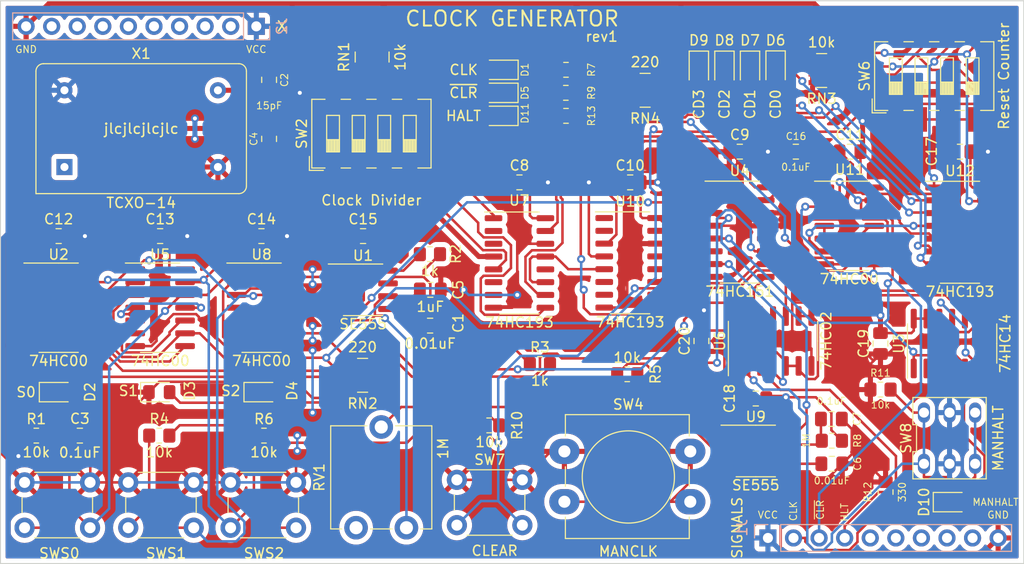
<source format=kicad_pcb>
(kicad_pcb (version 20211014) (generator pcbnew)
  (layers (0 "F.Cu" signal) (31 "B.Cu" signal) (34 "B.Paste" user) (35 "F.Paste" user) (36 "B.SilkS" user "B.Silkscreen") (37 "F.SilkS" user "F.Silkscreen") (38 "B.Mask" user) (39 "F.Mask" user) (44 "Edge.Cuts" user))
  (net 0 "")
  (net 1 "Net-(D1-Pad2)")
  (net 2 "Net-(D2-Pad2)")
  (net 3 "Net-(D3-Pad2)")
  (net 4 "Net-(D4-Pad2)")
  (net 5 "Net-(D8-Pad2)")
  (net 6 "Net-(C1-Pad1)")
  (net 7 "Net-(C3-Pad1)")
  (net 8 "Net-(C6-Pad1)")
  (net 9 "Net-(C5-Pad1)")
  (net 10 "Net-(D1-Pad1)")
  (net 11 "CLK")
  (net 12 "~{CLR}")
  (net 16 "GND")
  (net 19 "Net-(R2-Pad2)")
  (net 20 "Net-(R3-Pad2)")
  (net 21 "Net-(R4-Pad1)")
  (net 22 "Net-(R5-Pad1)")
  (net 23 "Net-(R6-Pad1)")
  (net 24 "VCC")
  (net 25 "CLKSRC3")
  (net 26 "CLKSRC2")
  (net 27 "CLKSRC1")
  (net 28 "Net-(RN3-Pad1)")
  (net 29 "Net-(RN3-Pad2)")
  (net 30 "Net-(RN3-Pad3)")
  (net 31 "Net-(RN3-Pad4)")
  (net 32 "Net-(RN4-Pad5)")
  (net 33 "Net-(RN4-Pad6)")
  (net 34 "Net-(RN4-Pad7)")
  (net 35 "Net-(RN4-Pad8)")
  (net 36 "Net-(U2-Pad2)")
  (net 37 "Net-(U2-Pad11)")
  (net 38 "Net-(U2-Pad10)")
  (net 39 "Net-(D9-Pad2)")
  (net 40 "RAWCLK")
  (net 41 "Net-(U3-Pad2)")
  (net 42 "Net-(U3-Pad11)")
  (net 44 "HALTLED")
  (net 46 "MANHLT")
  (net 47 "CS2")
  (net 48 "CS1")
  (net 49 "CS0")
  (net 50 "Net-(U5-Pad2)")
  (net 51 "Net-(U5-Pad11)")
  (net 52 "Net-(U5-Pad10)")
  (net 53 "Net-(U10-Pad5)")
  (net 54 "Net-(U4-Pad7)")
  (net 55 "Net-(C7-Pad1)")
  (net 56 "~{HALT}")
  (net 57 "Net-(RN1-Pad1)")
  (net 58 "Net-(RN1-Pad2)")
  (net 59 "Net-(RN1-Pad3)")
  (net 60 "Net-(RN1-Pad4)")
  (net 67 "Net-(U8-Pad2)")
  (net 68 "Net-(U8-Pad11)")
  (net 69 "Net-(U8-Pad10)")
  (net 87 "HLT")
  (net 89 "Net-(C16-Pad1)")
  (net 90 "Net-(D6-Pad2)")
  (net 91 "Net-(D7-Pad2)")
  (net 92 "Net-(D10-Pad1)")
  (net 93 "Net-(D11-Pad1)")
  (net 95 "Net-(D5-Pad2)")
  (net 96 "Net-(D5-Pad1)")
  (net 97 "Net-(U11-Pad11)")
  (net 98 "Net-(U11-Pad6)")
  (net 99 "Net-(U11-Pad10)")
  (net 102 "Net-(C2-Pad2)")
  (footprint "Capacitor_SMD:C_0805_2012Metric_Pad1.18x1.45mm_HandSolder" (layer "F.Cu") (at 93.726 32.766)
    (fp_text reference "C9")
    (fp_text value "0.1uF")
  )
  (footprint "LED_SMD:LED_0805_2012Metric_Pad1.15x1.40mm_HandSolder" (layer "F.Cu") (at 69.85 29.21 180)
    (fp_text reference "D11")
    (fp_text value "HALT")
  )
  (footprint "Button_Switch_SMD:SW_DIP_SPSTx04_Slide_6.7x11.72mm_W8.61mm_P2.54mm_LowProfile" (layer "F.Cu") (at 57.15 30.975 90)
    (fp_text reference "SW2")
    (fp_text value "Clock Divider")
  )
  (footprint "Resistor_SMD:R_0805_2012Metric_Pad1.20x1.40mm_HandSolder" (layer "F.Cu") (at 107.696 56.388)
    (fp_text reference "R11")
    (fp_text value "10k")
  )
  (footprint "Resistor_SMD:R_0805_2012Metric_Pad1.20x1.40mm_HandSolder" (layer "F.Cu") (at 36.084 60.96)
    (fp_text reference "R4")
    (fp_text value "10k")
  )
  (footprint "Package_SO:SO-14_3.9x8.65mm_P1.27mm" (layer "F.Cu") (at 26.094 48.26)
    (fp_text reference "U2")
    (fp_text value "74HC00")
  )
  (footprint "Package_SO:SO-14_3.9x8.65mm_P1.27mm" (layer "F.Cu") (at 36.1693 48.26)
    (fp_text reference "U5")
    (fp_text value "74HC00")
  )
  (footprint "Button_Switch_THT:SW_PUSH_6mm" (layer "F.Cu") (at 33.004 65.604)
    (fp_text reference "SW3")
    (fp_text value "SWS1")
  )
  (footprint "Capacitor_SMD:C_0805_2012Metric_Pad1.18x1.45mm_HandSolder" (layer "F.Cu") (at 82.8413 35.814)
    (fp_text reference "C10")
    (fp_text value "0.1uF")
  )
  (footprint "Capacitor_SMD:C_0805_2012Metric_Pad1.18x1.45mm_HandSolder" (layer "F.Cu") (at 62.976 50.038)
    (fp_text reference "C1")
    (fp_text value "0.01uF")
  )
  (footprint "Capacitor_SMD:C_0805_2012Metric_Pad1.18x1.45mm_HandSolder" (layer "F.Cu") (at 71.847 35.814)
    (fp_text reference "C8")
    (fp_text value "0.1uF")
  )
  (footprint "Oscillator:Oscillator_DIP-14" (layer "F.Cu") (at 26.67 34.29)
    (fp_text reference "X1")
    (fp_text value "TCXO-14")
  )
  (footprint "Button_Switch_THT:SW_PUSH_6mm" (layer "F.Cu") (at 43.164 65.604)
    (fp_text reference "SW5")
    (fp_text value "SWS2")
  )
  (footprint "Capacitor_SMD:C_0805_2012Metric_Pad1.18x1.45mm_HandSolder" (layer "F.Cu") (at 107.696 51.816 90)
    (fp_text reference "C19")
    (fp_text value "0.1uF")
  )
  (footprint "Potentiometer_THT:Potentiometer_ACP_CA9-V10_Vertical" (layer "F.Cu") (at 60.626 70.104 90)
    (fp_text reference "RV1")
    (fp_text value "1M")
  )
  (footprint "Capacitor_SMD:C_0805_2012Metric_Pad1.18x1.45mm_HandSolder" (layer "F.Cu") (at 99.2925 32.766 180)
    (fp_text reference "C16")
    (fp_text value "0.1uF")
  )
  (footprint "Resistor_SMD:R_0805_2012Metric_Pad1.20x1.40mm_HandSolder" (layer "F.Cu") (at 102.87 61.468 180)
    (fp_text reference "R8")
    (fp_text value "1M")
  )
  (footprint "Capacitor_SMD:C_0805_2012Metric_Pad1.18x1.45mm_HandSolder" (layer "F.Cu") (at 56.32 41.148)
    (fp_text reference "C15")
    (fp_text value "0.1uF")
  )
  (footprint "Capacitor_SMD:C_0805_2012Metric_Pad1.18x1.45mm_HandSolder" (layer "F.Cu") (at 36.1693 41.148)
    (fp_text reference "C13")
    (fp_text value "0.1uF")
  )
  (footprint "custom_tactile_button:tactile_button" (layer "F.Cu") (at 114.554 61.214)
    (fp_text reference "SW8")
    (fp_text value "MANHALT")
  )
  (footprint "Package_SO:SO-16_3.9x9.9mm_P1.27mm" (layer "F.Cu") (at 93.726 40.752)
    (fp_text reference "U4")
    (fp_text value "74HC151")
  )
  (footprint "LED_SMD:LED_0805_2012Metric_Pad1.15x1.40mm_HandSolder" (layer "F.Cu") (at 36.084 56.642)
    (fp_text reference "D3")
    (fp_text value "S1")
  )
  (footprint "Resistor_SMD:R_0805_2012Metric_Pad1.20x1.40mm_HandSolder" (layer "F.Cu") (at 108.204 66.564 90)
    (fp_text reference "R12")
    (fp_text value "330")
  )
  (footprint "Resistor_SMD:R_Array_Convex_4x0603" (layer "F.Cu") (at 101.854 24.708 180)
    (fp_text reference "RN3")
    (fp_text value "10k")
  )
  (footprint "LED_SMD:LED_0805_2012Metric_Pad1.15x1.40mm_HandSolder" (layer "F.Cu") (at 26.035 56.642)
    (fp_text reference "D2")
    (fp_text value "S0")
  )
  (footprint "Package_SO:SOIC-8_3.9x4.9mm_P1.27mm" (layer "F.Cu") (at 95.315 62.484)
    (fp_text reference "U9")
    (fp_text value "SE555")
  )
  (footprint "LED_SMD:LED_0805_2012Metric_Pad1.15x1.40mm_HandSolder" (layer "F.Cu") (at 94.742 24.638 -90)
    (fp_text reference "D7")
    (fp_text value "CD1")
  )
  (footprint "Resistor_SMD:R_0805_2012Metric_Pad1.20x1.40mm_HandSolder" (layer "F.Cu") (at 76.47 29.21)
    (fp_text reference "R13")
    (fp_text value "330")
  )
  (footprint "Package_SO:SO-16_3.9x9.9mm_P1.27mm" (layer "F.Cu") (at 115.5915 40.767)
    (fp_text reference "U12")
    (fp_text value "74HC193")
  )
  (footprint "Resistor_SMD:R_0805_2012Metric_Pad1.20x1.40mm_HandSolder" (layer "F.Cu") (at 62.96 42.942)
    (fp_text reference "R2")
    (fp_text value "1k")
  )
  (footprint "Resistor_SMD:R_0805_2012Metric_Pad1.20x1.40mm_HandSolder" (layer "F.Cu") (at 76.454 26.924 180)
    (fp_text reference "R9")
    (fp_text value "330")
  )
  (footprint "Capacitor_SMD:C_0805_2012Metric_Pad1.18x1.45mm_HandSolder" (layer "F.Cu") (at 46.99 31.496 90)
    (fp_text reference "C4")
    (fp_text value ".1uF")
  )
  (footprint "Package_SO:SO-14_3.9x8.65mm_P1.27mm" (layer "F.Cu") (at 46.2447 48.26)
    (fp_text reference "U8")
    (fp_text value "74HC00")
  )
  (footprint "Capacitor_SMD:C_0805_2012Metric_Pad1.18x1.45mm_HandSolder" (layer "F.Cu") (at 46.99 25.6325 -90)
    (fp_text reference "C2")
    (fp_text value "15pF")
  )
  (footprint "LED_SMD:LED_0805_2012Metric_Pad1.15x1.40mm_HandSolder" (layer "F.Cu") (at 97.282 24.62 -90)
    (fp_text reference "D6")
    (fp_text value "CD0")
  )
  (footprint "LED_SMD:LED_0805_2012Metric_Pad1.15x1.40mm_HandSolder" (layer "F.Cu") (at 69.859 24.638 180)
    (fp_text reference "D1")
    (fp_text value "CLK")
  )
  (footprint "Resistor_SMD:R_0805_2012Metric_Pad1.20x1.40mm_HandSolder" (layer "F.Cu") (at 82.55 54.864 180)
    (fp_text reference "R5")
    (fp_text value "10k")
  )
  (footprint "LED_SMD:LED_0805_2012Metric_Pad1.15x1.40mm_HandSolder" (layer "F.Cu") (at 46.355 56.642)
    (fp_text reference "D4")
    (fp_text value "S2")
  )
  (footprint "Resistor_SMD:R_Array_Convex_4x0603" (layer "F.Cu") (at 56.272 54.972 180)
    (fp_text reference "RN2")
    (fp_text value "220")
  )
  (footprint "Capacitor_SMD:C_0805_2012Metric_Pad1.18x1.45mm_HandSolder" (layer "F.Cu") (at 26.094 41.148)
    (fp_text reference "C12")
    (fp_text value "0.1uF")
  )
  (footprint "Package_SO:SO-14_3.9x8.65mm_P1.27mm" (layer "F.Cu") (at 97.028 51.562 90)
    (fp_text reference "U6")
    (fp_text value "74HC02")
  )
  (footprint "Resistor_SMD:R_0805_2012Metric_Pad1.20x1.40mm_HandSolder" (layer "F.Cu") (at 73.882 53.848)
    (fp_text reference "R3")
    (fp_text value "1k")
  )
  (footprint "LED_SMD:LED_0805_2012Metric_Pad1.15x1.40mm_HandSolder" (layer "F.Cu") (at 89.662 24.638 -90)
    (fp_text reference "D9")
    (fp_text value "CD3")
  )
  (footprint "Package_SO:SO-16_3.9x9.9mm_P1.27mm" (layer "F.Cu") (at 82.8413 43.8)
    (fp_text reference "U10")
    (fp_text value "74HC193")
  )
  (footprint "Capacitor_SMD:C_0805_2012Metric_Pad1.18x1.45mm_HandSolder" (layer "F.Cu") (at 62.9975 46.482)
    (fp_text reference "C5")
    (fp_text value "1uF")
  )
  (footprint "Button_Switch_SMD:SW_DIP_SPSTx04_Slide_6.7x11.72mm_W8.61mm_P2.54mm_LowProfile" (layer "F.Cu") (at 113.03 25.26 90)
    (fp_text reference "SW6")
    (fp_text value "Reset Counter")
  )
  (footprint "Capacitor_SMD:C_0805_2012Metric_Pad1.18x1.45mm_HandSolder" (layer "F.Cu") (at 102.8645 63.754)
    (fp_text reference "C6")
    (fp_text value "0.01uF")
  )
  (footprint "Button_Switch_THT:SW_PUSH-12mm_Wuerth-430476085716" (layer "F.Cu") (at 76.31 62.524)
    (fp_text reference "SW4")
    (fp_text value "MANCLK")
  )
  (footprint "Button_Switch_THT:SW_PUSH_6mm" (layer "F.Cu") (at 22.71 65.604)
    (fp_text reference "SW1")
    (fp_text value "SWS0")
  )
  (footprint "Button_Switch_THT:SW_PUSH_6mm" (layer "F.Cu") (at 65.636 65.35)
    (fp_text reference "SW7")
    (fp_text value "CLEAR")
  )
  (footprint "Capacitor_SMD:C_0805_2012Metric_Pad1.18x1.45mm_HandSolder" (layer "F.Cu") (at 102.821 59.309)
    (fp_text reference "C7")
    (fp_text value "0.1uF")
  )
  (footprint "Resistor_SMD:R_0805_2012Metric_Pad1.20x1.40mm_HandSolder" (layer "F.Cu") (at 68.834 59.944)
    (fp_text reference "R10")
    (fp_text value "10k")
  )
  (footprint "Resistor_SMD:R_Array_Convex_4x0603" (layer "F.Cu") (at 84.328 26.67 180)
    (fp_text reference "RN4")
    (fp_text value "220")
  )
  (footprint "Resistor_SMD:R_0805_2012Metric_Pad1.20x1.40mm_HandSolder" (layer "F.Cu") (at 23.876 60.96)
    (fp_text reference "R1")
    (fp_text value "10k")
  )
  (footprint "Resistor_SMD:R_0805_2012Metric_Pad1.20x1.40mm_HandSolder" (layer "F.Cu") (at 46.482 60.96)
    (fp_text reference "R6")
    (fp_text value "10k")
  )
  (footprint "Package_SO:SOIC-8_3.9x4.9mm_P1.27mm" (layer "F.Cu") (at 56.32 46.482)
    (fp_text reference "U1")
    (fp_text value "SE555")
  )
  (footprint "Resistor_SMD:R_0805_2012Metric_Pad1.20x1.40mm_HandSolder" (layer "F.Cu") (at 76.47 24.638)
    (fp_text reference "R7")
    (fp_text value "330")
  )
  (footprint "Capacitor_SMD:C_0805_2012Metric_Pad1.18x1.45mm_HandSolder" (layer "F.Cu") (at 115.5915 32.766)
    (fp_text reference "C17")
    (fp_text value "0.1uF")
  )
  (footprint "Capacitor_SMD:C_0805_2012Metric_Pad1.18x1.45mm_HandSolder" (layer "F.Cu") (at 46.228 41.148)
    (fp_text reference "C14")
    (fp_text value "0.1uF")
  )
  (footprint "Package_SO:SO-16_3.9x9.9mm_P1.27mm" (layer "F.Cu") (at 71.847 43.815)
    (fp_text reference "U7")
    (fp_text value "74HC193")
  )
  (footprint "Resistor_SMD:R_Array_Convex_4x0603" (layer "F.Cu") (at 57.22 23.368 90)
    (fp_text reference "RN1")
    (fp_text value "10k")
  )
  (footprint "Package_SO:SO-14_3.9x8.65mm_P1.27mm" (layer "F.Cu") (at 114.808 51.816 90)
    (fp_text reference "U3")
    (fp_text value "74HC14")
  )
  (footprint "LED_SMD:LED_0805_2012Metric_Pad1.15x1.40mm_HandSolder" (layer "F.Cu") (at 114.799 67.564)
    (fp_text reference "D10")
    (fp_text value "MANHALT")
  )
  (footprint "Capacitor_SMD:C_0805_2012Metric_Pad1.18x1.45mm_HandSolder" (layer "F.Cu") (at 28.1995 60.96)
    (fp_text reference "C3")
    (fp_text value "0.1uF")
  )
  (footprint "LED_SMD:LED_0805_2012Metric_Pad1.15x1.40mm_HandSolder" (layer "F.Cu") (at 92.202 24.638 -90)
    (fp_text reference "D8")
    (fp_text value "CD2")
  )
  (footprint "Capacitor_SMD:C_0805_2012Metric_Pad1.18x1.45mm_HandSolder" (layer "F.Cu") (at 89.916 51.562 90)
    (fp_text reference "C20")
    (fp_text value "0.1uF")
  )
  (footprint "Capacitor_SMD:C_0805_2012Metric_Pad1.18x1.45mm_HandSolder" (layer "F.Cu") (at 104.6695 32.766)
    (fp_text reference "C11")
    (fp_text value "0.1uF")
  )
  (footprint "LED_SMD:LED_0805_2012Metric_Pad1.15x1.40mm_HandSolder" (layer "F.Cu") (at 69.85 26.924 180)
    (fp_text reference "D5")
    (fp_text value "~{CLR}")
  )
  (footprint "Capacitor_SMD:C_0805_2012Metric_Pad1.18x1.45mm_HandSolder" (layer "F.Cu") (at 95.315 57.277)
    (fp_text reference "C18")
    (fp_text value "0.1uF")
  )
  (footprint "Package_SO:SO-14_3.9x8.65mm_P1.27mm" (layer "F.Cu") (at 104.5973 40.132)
    (fp_text reference "U11")
    (fp_text value "74HC00")
  )
  (footprint "Connector_PinHeader_2.54mm:PinHeader_1x10_P2.54mm_Vertical" (layer "B.Cu") (at 96.52 71.12 -90)
    (fp_text reference "J1")
    (fp_text value "SIGNALS")
  )
  (footprint "Connector_PinHeader_2.54mm:PinHeader_1x10_P2.54mm_Vertical" (layer "B.Cu") (at 45.72 20.32 90)
    (fp_text reference "J2")
    (fp_text value "X")
  )
  (gr_line (start 20.32 73.66) (end 20.32 17.78) (layer "Edge.Cuts") (width 0.1))
  (gr_line (start 20.32 17.78) (end 121.92 17.78) (layer "Edge.Cuts") (width 0.1))
  (gr_line (start 121.92 17.78) (end 121.92 73.66) (layer "Edge.Cuts") (width 0.1))
  (gr_line (start 121.92 73.66) (end 20.32 73.66) (layer "Edge.Cuts") (width 0.1))
  (gr_text "jlcjlcjlcjlc" (at 34.29 30.48) (layer "F.SilkS") (effects (font (size 1 1))))
  (gr_text "VCC" (at 45.72 22.606) (layer "F.SilkS") (effects (font (size 0.7 0.7) (thickness 0.1))))
  (gr_text "VCC" (at 96.52 68.834) (layer "F.SilkS") (effects (font (size 0.7 0.7) (thickness 0.1))))
  (gr_text "CLK" (at 99.044 68.453 90) (layer "F.SilkS") (effects (font (size 0.7 0.7) (thickness 0.1))))
  (gr_text "HLT" (at 104.124 68.58 90) (layer "F.SilkS") (effects (font (size 0.7 0.7) (thickness 0.1))))
  (gr_text "GND" (at 119.38 68.834) (layer "F.SilkS") (effects (font (size 0.7 0.7) (thickness 0.1))))
  (gr_text "~{CLR}" (at 101.711 68.326 90) (layer "F.SilkS") (effects (font (size 0.7 0.7) (thickness 0.1))))
  (gr_text "GND" (at 22.86 22.606) (layer "F.SilkS") (effects (font (size 0.7 0.7) (thickness 0.1))))
  (gr_text "rev1" (at 80.01 21.336) (layer "F.SilkS") (effects (font (size 1 1))))
  (gr_text "CLOCK GENERATOR" (at 71.12 19.558) (layer "F.SilkS") (effects (font (size 1.5 1.5) (thickness 0.2))))
  (segment (start 76.454 29.8096) (end 76.454 26.2644) (width 0.25) (layer "F.Cu") (net 1))
  (segment (start 88.8583 29.8238) (end 88.8459 29.8114) (width 0.25) (layer "F.Cu") (net 1))
  (segment (start 99.1391 42.2512) (end 98.2002 41.3123) (width 0.25) (layer "F.Cu") (net 1))
  (segment (start 99.1391 43.3175) (end 99.1391 42.2512) (width 0.25) (layer "F.Cu") (net 1))
  (segment (start 76.8817 30.2373) (end 76.454 29.8096) (width 0.25) (layer "F.Cu") (net 1))
  (segment (start 116.078 48.9382) (end 114.1595 47.0197) (width 0.25) (layer "F.Cu") (net 1))
  (segment (start 102.8413 47.0197) (end 99.1391 43.3175) (width 0.25) (layer "F.Cu") (net 1))
  (segment (start 114.1595 47.0197) (end 102.8413 47.0197) (width 0.25) (layer "F.Cu") (net 1))
  (segment (start 116.078 49.341) (end 116.078 48.9382) (width 0.25) (layer "F.Cu") (net 1))
  (segment (start 83.0893 30.2373) (end 76.8817 30.2373) (width 0.25) (layer "F.Cu") (net 1))
  (segment (start 69.9725 25.7765) (end 68.834 24.638) (width 0.25) (layer "F.Cu") (net 1))
  (segment (start 88.8459 29.8114) (end 83.5152 29.8114) (width 0.25) (layer "F.Cu") (net 1))
  (segment (start 75.9661 25.7765) (end 69.9725 25.7765) (width 0.25) (layer "F.Cu") (net 1))
  (segment (start 76.454 26.2644) (end 75.9661 25.7765) (width 0.25) (layer "F.Cu") (net 1))
  (segment (start 83.5152 29.8114) (end 83.0893 30.2373) (width 0.25) (layer "F.Cu") (net 1))
  (via (at 88.8583 29.8238) (size 0.8) (drill 0.4) (layers "F.Cu" "B.Cu") (net 1))
  (via (at 98.2002 41.3123) (size 0.8) (drill 0.4) (layers "F.Cu" "B.Cu") (net 1))
  (segment (start 98.2002 41.3123) (end 98.2002 39.1657) (width 0.25) (layer "B.Cu") (net 1))
  (segment (start 98.2002 39.1657) (end 88.8583 29.8238) (width 0.25) (layer "B.Cu") (net 1))
  (segment (start 28.5796 55.1224) (end 52.3366 55.1224) (width 0.25) (layer "F.Cu") (net 2))
  (segment (start 52.3366 55.1224) (end 53.9738 56.7596) (width 0.25) (layer "F.Cu") (net 2))
  (segment (start 55.9311 56.7596) (end 56.4467 56.244) (width 0.25) (layer "F.Cu") (net 2))
  (segment (start 57.172 56.172) (end 56.4467 56.172) (width 0.25) (layer "F.Cu") (net 2))
  (segment (start 27.06 56.642) (end 28.5796 55.1224) (width 0.25) (layer "F.Cu") (net 2))
  (segment (start 53.9738 56.7596) (end 55.9311 56.7596) (width 0.25) (layer "F.Cu") (net 2))
  (segment (start 56.4467 56.244) (end 56.4467 56.172) (width 0.25) (layer "F.Cu") (net 2))
  (segment (start 38.1603 57.6933) (end 37.109 56.642) (width 0.25) (layer "F.Cu") (net 3))
  (segment (start 57.172 55.372) (end 57.8973 55.372) (width 0.25) (layer "F.Cu") (net 3))
  (segment (start 57.2595 57.216) (end 51.2918 57.216) (width 0.25) (layer "F.Cu") (net 3))
  (segment (start 45.8886 57.6933) (end 38.1603 57.6933) (width 0.25) (layer "F.Cu") (net 3))
  (segment (start 46.355 56.0771) (end 46.355 57.2269) (width 0.25) (layer "F.Cu") (net 3))
  (segment (start 57.8973 55.372) (end 57.8973 56.5782) (width 0.25) (layer "F.Cu") (net 3))
  (segment (start 51.2918 57.216) (end 49.6914 55.6156) (width 0.25) (layer "F.Cu") (net 3))
  (segment (start 46.355 57.2269) (end 45.8886 57.6933) (width 0.25) (layer "F.Cu") (net 3))
  (segment (start 49.6914 55.6156) (end 46.8165 55.6156) (width 0.25) (layer "F.Cu") (net 3))
  (segment (start 46.8165 55.6156) (end 46.355 56.0771) (width 0.25) (layer "F.Cu") (net 3))
  (segment (start 57.8973 56.5782) (end 57.2595 57.216) (width 0.25) (layer "F.Cu") (net 3))
  (segment (start 58.3558 55.0305) (end 58.3558 56.7566) (width 0.25) (layer "F.Cu") (net 4))
  (segment (start 58.3558 56.7566) (end 57.446 57.6664) (width 0.25) (layer "F.Cu") (net 4))
  (segment (start 57.8973 54.572) (end 58.3558 55.0305) (width 0.25) (layer "F.Cu") (net 4))
  (segment (start 48.4044 57.6664) (end 47.38 56.642) (width 0.25) (layer "F.Cu") (net 4))
  (segment (start 57.172 54.572) (end 57.8973 54.572) (width 0.25) (layer "F.Cu") (net 4))
  (segment (start 57.446 57.6664) (end 48.4044 57.6664) (width 0.25) (layer "F.Cu") (net 4))
  (segment (start 92.202 25.663) (end 91.2454 26.6196) (width 0.25) (layer "F.Cu") (net 5))
  (segment (start 91.2454 26.6196) (end 88.7106 26.6196) (width 0.25) (layer "F.Cu") (net 5))
  (segment (start 88.361 26.27) (end 85.228 26.27) (width 0.25) (layer "F.Cu") (net 5))
  (segment (start 88.7106 26.6196) (end 88.361 26.27) (width 0.25) (layer "F.Cu") (net 5))
  (segment (start 58.795 48.387) (end 60.2875 48.387) (width 0.25) (layer "F.Cu") (net 6))
  (segment (start 60.2875 48.387) (end 61.9385 50.038) (width 0.25) (layer "F.Cu") (net 6))
  (segment (start 23.2192 44.45) (end 21.8501 45.8191) (width 0.25) (layer "F.Cu") (net 7))
  (segment (start 24.9328 51.7355) (end 24.9328 52.7372) (width 0.25) (layer "F.Cu") (net 7))
  (segment (start 38.6443 46.99) (end 40.8331 46.99) (width 0.25) (layer "F.Cu") (net 7))
  (segment (start 25.114 70.104) (end 27.162 68.056) (width 0.25) (layer "F.Cu") (net 7))
  (segment (start 24.6323 51.435) (end 24.9328 51.7355) (width 0.25) (layer "F.Cu") (net 7))
  (segment (start 27.162 60.96) (end 27.162 68.056) (width 0.25) (layer "F.Cu") (net 7))
  (segment (start 27.162 60.96) (end 26.0897 59.8877) (width 0.25) (layer "F.Cu") (net 7))
  (segment (start 23.619 44.45) (end 23.2192 44.45) (width 0.25) (layer "F.Cu") (net 7))
  (segment (start 24.1086 53.5614) (end 24.1086 59.8877) (width 0.25) (layer "F.Cu") (net 7))
  (segment (start 40.8331 46.99) (end 42.729 45.0941) (width 0.25) (layer "F.Cu") (net 7))
  (segment (start 27.162 68.056) (end 29.21 70.104) (width 0.25) (layer "F.Cu") (net 7))
  (segment (start 24.1086 59.8877) (end 23.9483 59.8877) (width 0.25) (layer "F.Cu") (net 7))
  (segment (start 48.0938 45.0941) (end 48.7197 45.72) (width 0.25) (layer "F.Cu") (net 7))
  (segment (start 36.6585 48.5804) (end 38.2489 46.99) (width 0.25) (layer "F.Cu") (net 7))
  (segment (start 22.5988 51.435) (end 24.6323 51.435) (width 0.25) (layer "F.Cu") (net 7))
  (segment (start 24.9328 52.7372) (end 24.1086 53.5614) (width 0.25) (layer "F.Cu") (net 7))
  (segment (start 23.9483 59.8877) (end 22.876 60.96) (width 0.25) (layer "F.Cu") (net 7))
  (segment (start 22.71 70.104) (end 25.114 70.104) (width 0.25) (layer "F.Cu") (net 7))
  (segment (start 21.8501 50.6863) (end 22.5988 51.435) (width 0.25) (layer "F.Cu") (net 7))
  (segment (start 21.8501 45.8191) (end 21.8501 50.6863) (width 0.25) (layer "F.Cu") (net 7))
  (segment (start 26.0897 59.8877) (end 24.1086 59.8877) (width 0.25) (layer "F.Cu") (net 7))
  (segment (start 38.2489 46.99) (end 38.6443 46.99) (width 0.25) (layer "F.Cu") (net 7))
  (segment (start 42.729 45.0941) (end 48.0938 45.0941) (width 0.25) (layer "F.Cu") (net 7))
  (via (at 36.6585 48.5804) (size 0.8) (drill 0.4) (layers "F.Cu" "B.Cu") (net 7))
  (segment (start 31.1071 54.1318) (end 36.6585 48.5804) (width 0.25) (layer "B.Cu") (net 7))
  (segment (start 29.21 70.104) (end 31.1071 68.2069) (width 0.25) (layer "B.Cu") (net 7))
  (segment (start 31.1071 68.2069) (end 31.1071 54.1318) (width 0.25) (layer "B.Cu") (net 7))
  (segment (start 101.827 63.754) (end 98.425 63.754) (width 0.25) (layer "F.Cu") (net 8))
  (segment (start 98.425 63.754) (end 97.79 64.389) (width 0.25) (layer "F.Cu") (net 8))
  (segment (start 52.6139 49.4985) (end 57.0418 49.4985) (width 0.25) (layer "F.Cu") (net 9))
  (segment (start 57.0418 49.4985) (end 57.4921 49.0482) (width 0.25) (layer "F.Cu") (net 9))
  (segment (start 58.3531 47.117) (end 57.4921 47.978) (width 0.25) (layer "F.Cu") (net 9))
  (segment (start 57.4921 47.978) (end 57.4921 49.0482) (width 0.25) (layer "F.Cu") (net 9))
  (segment (start 61.96 46.482) (end 61.325 47.117) (width 0.25) (layer "F.Cu") (net 9))
  (segment (start 53.845 45.847) (end 53.4638 45.847) (width 0.25) (layer "F.Cu") (net 9))
  (segment (start 52.0255 47.2853) (end 52.0255 48.9101) (width 0.25) (layer "F.Cu") (net 9))
  (segment (start 58.247 49.0482) (end 58.4961 49.2973) (width 0.25) (layer "F.Cu") (net 9))
  (segment (start 52.0255 48.9101) (end 52.6139 49.4985) (width 0.25) (layer "F.Cu") (net 9))
  (segment (start 61.325 47.117) (end 58.795 47.117) (width 0.25) (layer "F.Cu") (net 9))
  (segment (start 58.795 47.117) (end 58.3531 47.117) (width 0.25) (layer "F.Cu") (net 9))
  (segment (start 57.4921 49.0482) (end 58.247 49.0482) (width 0.25) (layer "F.Cu") (net 9))
  (segment (start 53.4638 45.847) (end 52.0255 47.2853) (width 0.25) (layer "F.Cu") (net 9))
  (via (at 58.4961 49.2973) (size 0.8) (drill 0.4) (layers "F.Cu" "B.Cu") (net 9))
  (segment (start 60.626 51.4272) (end 58.4961 49.2973) (width 0.25) (layer "B.Cu") (net 9))
  (segment (start 60.626 70.104) (end 60.626 51.4272) (width 0.25) (layer "B.Cu") (net 9))
  (segment (start 75.47 24.638) (end 70.884 24.638) (width 0.25) (layer "F.Cu") (net 10))
  (segment (start 101.0706 72.3226) (end 104.6046 72.3226) (width 0.25) (layer "F.Cu") (net 11))
  (segment (start 100.2353 71.12) (end 100.2353 71.4873) (width 0.25) (layer "F.Cu") (net 11))
  (segment (start 100.2353 71.4873) (end 101.0706 72.3226) (width 0.25) (layer "F.Cu") (net 11))
  (segment (start 104.6046 72.3226) (end 105.41 71.5172) (width 0.25) (layer "F.Cu") (net 11))
  (segment (start 118.0203 62.9442) (end 115.9833 60.9072) (width 0.25) (layer "F.Cu") (net 11))
  (segment (start 116.2132 68.8354) (end 118.0203 67.0283) (width 0.25) (layer "F.Cu") (net 11))
  (segment (start 115.9833 57.8799) (end 114.808 56.7046) (width 0.25) (layer "F.Cu") (net 11))
  (segment (start 105.41 71.5172) (end 105.41 70.6326) (width 0.25) (layer "F.Cu") (net 11))
  (segment (start 114.808 56.7046) (end 114.808 54.291) (width 0.25) (layer "F.Cu") (net 11))
  (segment (start 105.41 70.6326) (end 107.2072 68.8354) (width 0.25) (layer "F.Cu") (net 11))
  (segment (start 107.2072 68.8354) (end 116.2132 68.8354) (width 0.25) (layer "F.Cu") (net 11))
  (segment (start 118.0203 67.0283) (end 118.0203 62.9442) (width 0.25) (layer "F.Cu") (net 11))
  (segment (start 99.06 71.12) (end 100.2353 71.12) (width 0.25) (layer "F.Cu") (net 11))
  (segment (start 115.9833 60.9072) (end 115.9833 57.8799) (width 0.25) (layer "F.Cu") (net 11))
  (segment (start 101.4873 38.227) (end 102.1223 37.592) (width 0.25) (layer "F.Cu") (net 12))
  (segment (start 107.0723 44.7938) (end 107.0723 43.942) (width 0.25) (layer "F.Cu") (net 12))
  (segment (start 100.2284 38.227) (end 101.4873 38.227) (width 0.25) (layer "F.Cu") (net 12))
  (segment (start 107.0046 44.8615) (end 107.0723 44.7938) (width 0.25) (layer "F.Cu") (net 12))
  (via (at 107.0046 44.8615) (size 0.8) (drill 0.4) (layers "F.Cu" "B.Cu") (net 12))
  (via (at 100.2284 38.227) (size 0.8) (drill 0.4) (layers "F.Cu" "B.Cu") (net 12))
  (segment (start 108.462 44.8616) (end 107.0046 44.8616) (width 0.25) (layer "B.Cu") (net 12))
  (segment (start 101.6 71.12) (end 101.6 66.7256) (width 0.25) (layer "B.Cu") (net 12))
  (segment (start 101.6 66.7256) (end 111.7119 56.6137) (width 0.25) (layer "B.Cu") (net 12))
  (segment (start 111.7119 56.6137) (end 111.7119 48.1115) (width 0.25) (layer "B.Cu") (net 12))
  (segment (start 107.0046 44.8616) (end 107.0046 44.8615) (width 0.25) (layer "B.Cu") (net 12))
  (segment (start 107.0046 44.8615) (end 103.6174 44.8615) (width 0.25) (layer "B.Cu") (net 12))
  (segment (start 99.8578 41.1019) (end 99.8578 38.5976) (width 0.25) (layer "B.Cu") (net 12))
  (segment (start 103.6174 44.8615) (end 99.8578 41.1019) (width 0.25) (layer "B.Cu") (net 12))
  (segment (start 111.7119 48.1115) (end 108.462 44.8616) (width 0.25) (layer "B.Cu") (net 12))
  (segment (start 99.8578 38.5976) (end 100.2284 38.227) (width 0.25) (layer "B.Cu") (net 12))
  (segment (start 74.962 62.524) (end 72.136 65.35) (width 0.25) (layer "F.Cu") (net 16))
  (segment (start 107.696 52.8535) (end 108.436 52.8535) (width 0.25) (layer "F.Cu") (net 16))
  (segment (start 39.878 34.29) (end 35.1318 39.0362) (width 0.5) (layer "F.Cu") (net 16))
  (segment (start 76.31 62.524) (end 74.962 62.524) (width 0.25) (layer "F.Cu") (net 16))
  (segment (start 120.65 72.898) (end 120.904 72.644) (width 0.5) (layer "F.Cu") (net 16))
  (segment (start 94.2775 60.4085) (end 94.2775 57.277) (width 0.25) (layer "F.Cu") (net 16))
  (segment (start 77.47 29.21) (end 77.47 26.924) (width 0.5) (layer "F.Cu") (net 16))
  (segment (start 49.276 18.034) (end 25.146 18.034) (width 0.5) (layer "F.Cu") (net 16))
  (segment (start 100.954 23.508) (end 100.954 24.308) (width 0.5) (layer "F.Cu") (net 16))
  (segment (start 115.57 33.782) (end 114.554 32.766) (width 0.25) (layer "F.Cu") (net 16))
  (segment (start 106.696 56.388) (end 106.696 53.8535) (width 0.25) (layer "F.Cu") (net 16))
  (segment (start 96.301 41.387) (end 96.301 40.2578) (width 0.25) (layer "F.Cu") (net 16))
  (segment (start 94.2775 57.277) (end 92.2007 55.2002) (width 0.25) (layer "F.Cu") (net 16))
  (segment (start 103.8585 59.309) (end 104.8467 60.2972) (width 0.25) (layer "F.Cu") (net 16))
  (segment (start 91.3759 36.0821) (end 91.151 36.307) (width 0.25) (layer "F.Cu") (net 16))
  (segment (start 100.838 54.037) (end 100.838 52.324) (width 0.25) (layer "F.Cu") (net 16))
  (segment (start 43.6665 32.5335) (end 46.99 32.5335) (width 0.5) (layer "F.Cu") (net 16))
  (segment (start 120.904 58.674) (end 118.618 56.388) (width 0.5) (layer "F.Cu") (net 16))
  (segment (start 40.0203 49.1713) (end 40.0203 49.449) (width 0.25) (layer "F.Cu") (net 16))
  (segment (start 66.294 46.482) (end 64.035 46.482) (width 0.25) (layer "F.Cu") (net 16))
  (segment (start 96.301 40.2578) (end 93.472 40.2578) (width 0.25) (layer "F.Cu") (net 16))
  (segment (start 98.933 43.8804) (end 98.6888 43.6362) (width 0.25) (layer "F.Cu") (net 16))
  (segment (start 120.904 72.644) (end 120.904 58.674) (width 0.5) (layer "F.Cu") (net 16))
  (segment (start 92.84 60.579) (end 94.107 60.579) (width 0.25) (layer "F.Cu") (net 16))
  (segment (start 41.191 24.595) (end 39.624 26.162) (width 0.5) (layer "F.Cu") (net 16))
  (segment (start 53.845 44.577) (end 54.991 44.577) (width 0.25) (layer "F.Cu") (net 16))
  (segment (start 44.3037 55.6157) (end 45.33 56.642) (width 0.25) (layer "F.Cu") (net 16))
  (segment (start 98.255 32.766) (end 98.255 38.847) (width 0.25) (layer "F.Cu") (net 16))
  (segment (start 40.0203 49.449) (end 42.6413 52.07) (width 0.25) (layer "F.Cu") (net 16))
  (segment (start 115.57 44.196) (end 115.57 38.862) (width 0.25) (layer "F.Cu") (net 16))
  (segment (start 96.301 40.2578) (end 96.301 40.117) (width 0.25) (layer "F.Cu") (net 16))
  (segment (start 104.394 36.957) (end 104.394 33.528) (width 0.25) (layer "F.Cu") (net 16))
  (segment (start 71.628 47.616) (end 71.628 46.99) (width 0.25) (layer "F.Cu") (net 16))
  (segment (start 91.6725 52.5995) (end 89.916 52.5995) (width 0.25) (layer "F.Cu") (net 16))
  (segment (start 98.255 38.847) (end 98.905 39.497) (width 0.25) (layer "F.Cu") (net 16))
  (segment (start 49.664 62.604) (end 49.664 65.604) (width 0.25) (layer "F.Cu") (net 16))
  (segment (start 39.624 32.004) (end 41.91 34.29) (width 0.5) (layer "F.Cu") (net 16))
  (segment (start 101.092 18.034) (end 87.884 18.034) (width 0.5) (layer "F.Cu") (net 16))
  (segment (start 23.619 52.07) (end 20.828 52.07) (width 0.25) (layer "F.Cu") (net 16))
  (segment (start 29.237 65.604) (end 33.004 65.604) (width 0.25) (layer "F.Cu") (net 16))
  (segment (start 22.86 20.32) (end 22.86 40.894) (width 0.5) (layer "F.Cu") (net 16))
  (segment (start 104.8467 60.2972) (end 104.8467 62.8093) (width 0.25) (layer "F.Cu") (net 16))
  (segment (start 105.4493 62.8093) (end 108.204 65.564) (width 0.25) (layer "F.Cu") (net 16))
  (segment (start 98.6888 43.3621) (end 96.7137 41.387) (width 0.25) (layer "F.Cu") (net 16))
  (segment (start 39.624 26.162) (end 39.624 29.464) (width 0.5) (layer "F.Cu") (net 16))
  (segment (start 107.0085 53.541) (end 107.696 52.8535) (width 0.25) (layer "F.Cu") (net 16))
  (segment (start 71.628 41.91) (end 74.422 41.91) (width 0.25) (layer "F.Cu") (net 16))
  (segment (start 101.873 19.285) (end 100.584 20.574) (width 0.5) (layer "F.Cu") (net 16))
  (segment (start 115.57 36.957) (end 115.57 33.782) (width 0.25) (layer "F.Cu") (net 16))
  (segment (start 35.059 56.642) (end 36.0853 55.6157) (width 0.25) (layer "F.Cu") (net 16))
  (segment (start 98.255 38.847) (end 96.301 38.847) (width 0.25) (layer "F.Cu") (net 16))
  (segment (start 100.584 52.07) (end 98.933 52.07) (width 0.25) (layer "F.Cu") (net 16))
  (segment (start 97.79 69.866) (end 103.902 63.754) (width 0.25) (layer "F.Cu") (net 16))
  (segment (start 118.618 52.578) (end 118.618 54.291) (width 0.25) (layer "F.Cu") (net 16))
  (segment (start 89.662 23.613) (end 92.202 23.613) (width 0.5) (layer "F.Cu") (net 16))
  (segment (start 108.436 52.8535) (end 109.474 51.816) (width 0.25) (layer "F.Cu") (net 16))
  (segment (start 51.4555 41.148) (end 51.4555 44.3025) (width 0.25) (layer "F.Cu") (net 16))
  (segment (start 92.202 23.613) (end 94.742 23.613) (width 0.5) (layer "F.Cu") (net 16))
  (segment (start 51.308 51.5245) (end 51.308 52.5036) (width 0.25) (layer "F.Cu") (net 16))
  (segment (start 39.744 48.895) (end 40.0203 49.1713) (width 0.25) (layer "F.Cu") (net 16))
  (segment (start 41.91 34.29) (end 39.878 34.29) (width 0.5) (layer "F.Cu") (net 16))
  (segment (start 71.628 47.616) (end 71.628 41.91) (width 0.25) (layer "F.Cu") (net 16))
  (segment (start 43.688 41.148) (end 45.1905 41.148) (width 0.5) (layer "F.Cu") (net 16))
  (segment (start 36.0853 55.6157) (end 44.3037 55.6157) (width 0.25) (layer "F.Cu") (net 16))
  (segment (start 98.933 52.07) (end 92.202 52.07) (width 0.25) (layer "F.Cu") (net 16))
  (segment (start 98.905 39.497) (end 104.394 39.497) (width 0.25) (layer "F.Cu") (net 16))
  (segment (start 96.7137 41.387) (end 96.301 41.387) (width 0.25) (layer "F.Cu") (net 16))
  (segment (start 29.237 65.604) (end 29.237 60.96) (width 0.25) (layer "F.Cu") (net 16))
  (segment (start 118.618 56.388) (end 118.618 54.291) (width 0.5) (layer "F.Cu") (net 16))
  (segment (start 102.343 19.285) (end 101.873 19.285) (width 0.5) (layer "F.Cu") (net 16))
  (segment (start 97.264 23.613) (end 97.282 23.595) (width 0.5) (layer "F.Cu") (net 16))
  (segment (start 93.472 44.704) (end 93.472 40.2578) (width 0.25) (layer "F.Cu") (net 16))
  (segment (start 71.12 48.26) (end 71.628 47.752) (width 0.25) (layer "F.Cu") (net 16))
  (segment (start 21.082 71.882) (end 22.098 72.898) (width 0.5) (layer "F.Cu") (net 16))
  (segment (start 57.62 22.468) (end 58.42 22.468) (width 0.5) (layer "F.Cu") (net 16))
  (segment (start 20.574 62.738) (end 21.082 63.246) (width 0.5) (layer "F.Cu") (net 16))
  (segment (start 109.474 51.816) (end 117.856 51.816) (width 0.25) (layer "F.Cu") (net 16))
  (segment (start 20.574 41.402) (end 20.574 51.816) (width 0.5) (layer "F.Cu") (net 16))
  (segment (start 100.954 22.468) (end 100.954 23.508) (width 0.5) (layer "F.Cu") (net 16))
  (segment (start 91.151 45.197) (end 92.979 45.197) (width 0.25) (layer "F.Cu") (net 16))
  (segment (start 102.343 19.285) (end 101.092 18.034) (width 0.5) (layer "F.Cu") (net 16))
  (segment (start 82.55 41.895) (end 82.55 36.5602) (width 0.25) (layer "F.Cu") (net 16))
  (segment (start 51.4555 41.148) (end 55.2825 41.148) (width 0.25) (layer "F.Cu") (net 16))
  (segment (start 71.628 47.752) (end 71.628 47.616) (width 0.25) (layer "F.Cu") (net 16))
  (segment (start 65.636 65.35) (end 62.992 67.994) (width 0.25) (layer "F.Cu") (net 16))
  (segment (start 22.86 40.894) (end 21.082 40.894) (width 0.5) (layer "F.Cu") (net 16))
  (segment (start 25.146 18.034) (end 22.86 20.32) (width 0.5) (layer "F.Cu") (net 16))
  (segment (start 103.886 43.942) (end 104.394 43.434) (width 0.25) (layer "F.Cu") (net 16))
  (segment (start 77.47 18.288) (end 77.724 18.034) (width 0.5) (layer "F.Cu") (net 16))
  (segment (start 92.979 45.197) (end 93.472 44.704) (width 0.25) (layer "F.Cu") (net 16))
  (segment (start 49.784 60.198) (end 49.784 60.9428) (width 0.25) (layer "F.Cu") (net 16))
  (segment (start 117.602 72.898) (end 119.38 71.12) (width 0.5) (layer "F.Cu") (net 16))
  (segment (start 71.628 41.91) (end 71.628 36.6325) (width 0.25) (layer "F.Cu") (net 16))
  (segment (start 93.472 40.2578) (end 93.472 40.117) (width 0.25) (layer "F.Cu") (net 16))
  (segment (start 93.472 33.5495) (end 92.6885 32.766) (width 0.25) (layer "F.Cu") (net 16))
  (segment (start 35.814 49.8174) (end 35.814 41.8302) (width 0.25) (layer "F.Cu") (net 16))
  (segment (start 22.098 72.898) (end 62.992 72.898) (width 0.5) (layer "F.Cu") (net 16))
  (segment (start 35.306 52.07) (end 35.814 51.562) (width 0.25) (layer "F.Cu") (net 16))
  (segment (start 49.784 62.484) (end 49.664 62.604) (width 0.25) (layer "F.Cu") (net 16))
  (segment (start 104.394 43.434) (end 104.394 39.497) (width 0.25) (layer "F.Cu") (net 16))
  (segment (start 98.6888 43.6362) (end 98.6888 43.3621) (width 0.25) (layer "F.Cu") (net 16))
  (segment (start 22.71 65.604) (end 21.082 63.976) (width 0.5) (layer "F.Cu") (net 16))
  (segment (start 46.99 23.876) (end 49.276 21.59) (width 0.5) (layer "F.Cu") (net 16))
  (segment (start 100.838 52.324) (end 100.584 52.07) (width 0.25) (layer "F.Cu") (net 16))
  (segment (start 100.954 24.308) (end 100.954 25.108) (width 0.5) (layer "F.Cu") (net 16))
  (segment (start 100.954 25.108) (end 100.954 25.908) (width 0.5) (layer "F.Cu") (net 16))
  (segment (start 94.742 23.613) (end 97.264 23.613) (width 0.5) (layer "F.Cu") (net 16))
  (segment (start 104.394 39.497) (end 104.394 36.957) (width 0.25) (layer "F.Cu") (net 16))
  (segment (start 77.47 26.924) (end 77.47 24.638) (width 0.5) (layer "F.Cu") (net 16))
  (segment (start 120.904 20.574) (end 119.615 19.285) (width 0.5) (layer "F.Cu") (net 16))
  (segment (start 35.1318 39.0362) (end 35.1318 41.148) (width 0.5) (layer "F.Cu") (net 16))
  (segment (start 98.933 52.07) (end 98.933 47.7462) (width 0.25) (layer "F.Cu") (net 16))
  (segment (start 58.42 22.468) (end 58.42 18.288) (width 0.5) (layer "F.Cu") (net 16))
  (segment (start 46.99 32.5335) (end 46.99 36.6825) (width 0.5) (layer "F.Cu") (net 16))
  (segment (start 98.933 47.7462) (end 98.933 43.8804) (width 0.25) (layer "F.Cu") (net 16))
  (segment (start 46.99 36.6825) (end 46.99 37.084) (width 0.5) (layer "F.Cu") (net 16))
  (segment (start 93.472 36.0821) (end 91.3759 36.0821) (width 0.25) (layer "F.Cu") (net 16))
  (segment (start 92.202 52.07) (end 91.9373 52.3347) (width 0.25) (layer "F.Cu") (net 16))
  (segment (start 64.035 50.0165) (end 64.0135 50.038) (width 0.25) (layer "F.Cu") (net 16))
  (segment (start 77.47 26.924) (end 77.454 26.924) (width 0.25) (layer "F.Cu") (net 16))
  (segment (start 56.82 22.468) (end 57.62 22.468) (width 0.5) (layer "F.Cu") (net 16))
  (segment (start 97.79 72.898) (end 97.79 69.866) (width 0.25) (layer "F.Cu") (net 16))
  (segment (start 94.107 60.579) (end 94.2775 60.4085) (width 0.25) (layer "F.Cu") (net 16))
  (segment (start 29.21 65.604) (end 29.237 65.604) (width 0.25) (layer "F.Cu") (net 16))
  (segment (start 93.472 40.117) (end 93.472 36.0821) (width 0.25) (layer "F.Cu") (net 16))
  (segment (start 29.237 60.869) (end 30.832 60.869) (width 0.25) (layer "F.Cu") (net 16))
  (segment (start 106.696 53.8535) (end 107.0085 53.541) (width 0.25) (layer "F.Cu") (net 16))
  (segment (start 37.4878 48.895) (end 39.744 48.895) (width 0.25) (layer "F.Cu") (net 16))
  (segment (start 51.308 45.9277) (end 51.308 50.0755) (width 0.25) (layer "F.Cu") (net 16))
  (segment (start 56.02 22.468) (end 56.82 22.468) (width 0.5) (layer "F.Cu") (net 16))
  (segment (start 97.79 72.898) (end 117.602 72.898) (width 0.5) (layer "F.Cu") (net 16))
  (segment (start 119.615 19.285) (end 102.343 19.285) (width 0.5) (layer "F.Cu") (net 16))
  (segment (start 45.1905 38.8835) (end 45.1905 41.148) (width 0.5) (layer "F.Cu") (net 16))
  (segment (start 89.662 23.613) (end 87.884 21.835) (width 0.5) (layer "F.Cu") (net 16))
  (segment (start 82.55 36.5602) (end 81.9953 36.0055) (width 0.25) (layer "F.Cu") (net 16))
  (segment (start 91.9373 52.3347) (end 91.6725 52.5995) (width 0.25) (layer "F.Cu") (net 16))
  (segment (start 33.6943 52.07) (end 35.306 52.07) (width 0.25) (layer "F.Cu") (net 16))
  (segment (start 80.2663 48.245) (end 82.057 48.245) (width 0.25) (layer "F.Cu") (net 16))
  (segment (start 115.57 38.862) (end 118.1665 38.862) (width 0.25) (layer "F.Cu") (net 16))
  (segment (start 89.6066 34.7626) (end 91.151 36.307) (width 0.25) (layer "F.Cu") (net 16))
  (segment (start 69.272 48.26) (end 71.12 48.26) (width 0.25) (layer "F.Cu") (net 16))
  (segment (start 92.2007 52.5981) (end 91.9373 52.3347) (width 0.25) (layer "F.Cu") (net 16))
  (segment (start 29.237 60.96) (end 29.237 60.869) (width 0.25) (layer "F.Cu") (net 16))
  (segment (start 81.9953 36.0055) (end 83.2382 34.7626) (width 0.25) (layer "F.Cu") (net 16))
  (segment (start 41.91 34.29) (end 43.6665 32.5335) (width 0.5) (layer "F.Cu") (net 16))
  (segment (start 30.832 60.869) (end 35.059 56.642) (width 0.25) (layer "F.Cu") (net 16))
  (segment (start 36.5654 49.8174) (end 37.4878 48.895) (width 0.25) (layer "F.Cu") (net 16))
  (segment (start 115.57 38.862) (end 115.57 36.957) (width 0.25) (layer "F.Cu") (net 16))
  (segment (start 77.47 24.638) (end 77.47 18.288) (width 0.5) (layer "F.Cu") (net 16))
  (segment (start 107.0085 53.541) (end 101.2137 47.7462) (width 0.25) (layer "F.Cu") (net 16))
  (segment (start 104.5266 36.8244) (end 104.394 36.957) (width 0.25) (layer "F.Cu") (net 16))
  (segment (start 77.724 18.034) (end 58.166 18.034) (width 0.5) (layer "F.Cu") (net 16))
  (segment (start 51.4555 44.3025) (end 51.308 44.45) (width 0.25) (layer "F.Cu") (net 16))
  (segment (start 21.082 40.894) (end 20.574 41.402) (width 0.5) (layer "F.Cu") (net 16))
  (segment (start 87.884 18.034) (end 77.724 18.034) (width 0.5) (layer "F.Cu") (net 16))
  (segment (start 41.91 34.29) (end 41.91 39.37) (width 0.5) (layer "F.Cu") (net 16))
  (segment (start 20.828 52.07) (end 20.574 51.816) (width 0.25) (layer "F.Cu") (net 16))
  (segment (start 83.2382 34.7626) (end 89.6066 34.7626) (width 0.25) (layer "F.Cu") (net 16))
  (segment (start 23.114 41.148) (end 25.0565 41.148) (width 0.5) (layer "F.Cu") (net 16))
  (segment (start 100.584 20.574) (end 100.584 22.098) (width 0.5) (layer "F.Cu") (net 16))
  (segment (start 104.8467 62.8093) (end 105.4493 62.8093) (width 0.25) (layer "F.Cu") (net 16))
  (segment (start 54.991 44.577) (end 55.2825 44.2855) (width 0.25) (layer "F.Cu") (net 16))
  (segment (start 93.472 40.117) (end 91.151 40.117) (width 0.25) (layer "F.Cu") (net 16))
  (segment (start 29.237 60.869) (end 25.01 56.642) (width 0.25) (layer "F.Cu") (net 16))
  (segment (start 88.81 62.524) (end 76.31 62.524) (width 0.25) (layer "F.Cu") (net 16))
  (segment (start 82.057 48.245) (end 82.55 47.752) (width 0.25) (layer "F.Cu") (net 16))
  (segment (start 39.624 31.496) (end 39.624 32.004) (width 0.5) (layer "F.Cu") (net 16))
  (segment (start 46.99 37.084) (end 45.1905 38.8835) (width 0.5) (layer "F.Cu") (net 16))
  (segment (start 42.6413 52.07) (end 43.7697 52.07) (width 0.25) (layer "F.Cu") (net 16))
  (segment (start 49.276 21.59) (end 49.276 18.034) (width 0.5) (layer "F.Cu") (net 16))
  (segment (start 51.308 58.674) (end 49.784 60.198) (width 0.25) (layer "F.Cu") (net 16))
  (segment (start 105.9343 36.957) (end 105.8017 36.8244) (width 0.25) (layer "F.Cu") (net 16))
  (segment (start 72.136 65.35) (end 65.636 65.35) (width 0.25) (layer "F.Cu") (net 16))
  (segment (start 101.2137 47.7462) (end 98.933 47.7462) (width 0.25) (layer "F.Cu") (net 16))
  (segment (start 114.554 45.212) (end 115.57 44.196) (width 0.25) (layer "F.Cu") (net 16))
  (segment (start 102.1223 43.942) (end 103.886 43.942) (width 0.25) (layer "F.Cu") (net 16))
  (segment (start 64.035 46.482) (end 64.035 50.0165) (width 0.25) (layer "F.Cu") (net 16))
  (segment (start 113.0165 45.212) (end 114.554 45.212) (width 0.25) (layer "F.Cu") (net 16))
  (segment (start 71.628 36.6325) (end 70.8095 35.814) (width 0.25) (layer "F.Cu") (net 16))
  (segment (start 22.86 40.894) (end 23.114 41.148) (width 0.5) (layer "F.Cu") (net 16))
  (segment (start 104.394 33.528) (end 103.632 32.766) (width 0.25) (layer "F.Cu") (net 16))
  (segment (start 62.992 67.994) (end 62.992 72.898) (width 0.25) (layer "F.Cu") (net 16))
  (segment (start 55.2825 44.2855) (end 55.2825 41.148) (width 0.25) (layer "F.Cu") (net 16))
  (segment (start 105.8017 36.8244) (end 104.5266 36.8244) (width 0.25) (layer "F.Cu") (net 16))
  (segment (start 35.814 41.8302) (end 35.1318 41.148) (width 0.25) (layer "F.Cu") (net 16))
  (segment (start 58.42 18.288) (end 58.166 18.034) (width 0.5) (layer "F.Cu") (net 16))
  (segment (start 93.472 36.0821) (end 93.472 33.5495) (width 0.25) (layer "F.Cu") (net 16))
  (segment (start 120.904 58.674) (end 120.904 20.574) (width 0.5) (layer "F.Cu") (net 16))
  (segment (start 35.814 49.8174) (end 36.5654 49.8174) (width 0.25) (layer "F.Cu") (net 16))
  (segment (start 82.55 47.752) (end 82.55 41.895) (width 0.25) (layer "F.Cu") (net 16))
  (segment (start 92.2007 55.2002) (end 92.2007 52.5981) (width 0.25) (layer "F.Cu") (net 16))
  (segment (start 20.574 51.816) (end 20.574 62.738) (width 0.5) (layer "F.Cu") (net 16))
  (segment (start 58.166 18.034) (end 49.276 18.034) (width 0.5) (layer "F.Cu") (net 16))
  (segment (start 117.856 51.816) (end 118.618 52.578) (width 0.25) (layer "F.Cu") (net 16))
  (segment (start 21.082 63.246) (end 21.082 63.976) (width 0.5) (layer "F.Cu") (net 16))
  (segment (start 81.9953 36.0055) (end 81.8038 35.814) (width 0.25) (layer "F.Cu") (net 16))
  (segment (start 96.301 40.117) (end 96.301 38.847) (width 0.25) (layer "F.Cu") (net 16))
  (segment (start 104.8467 62.8093) (end 103.902 63.754) (width 0.25) (layer "F.Cu") (net 16))
  (segment (start 87.884 21.835) (end 87.884 18.034) (width 0.5) (layer "F.Cu") (net 16))
  (segment (start 21.082 63.976) (end 21.082 71.882) (width 0.5) (layer "F.Cu") (net 16))
  (segment (start 100.584 22.098) (end 100.954 22.468) (width 0.5) (layer "F.Cu") (net 16))
  (segment (start 117.602 72.898) (end 120.65 72.898) (width 0.5) (layer "F.Cu") (net 16))
  (segment (start 35.814 51.562) (end 35.814 49.8174) (width 0.25) (layer "F.Cu") (net 16))
  (segment (start 82.55 41.895) (end 85.4163 41.895) (width 0.25) (layer "F.Cu") (net 16))
  (segment (start 115.57 36.957) (end 105.9343 36.957) (width 0.25) (layer "F.Cu") (net 16))
  (segment (start 41.91 39.37) (end 43.688 41.148) (width 0.5) (layer "F.Cu") (net 16))
  (segment (start 46.99 24.595) (end 41.191 24.595) (width 0.5) (layer "F.Cu") (net 16))
  (segment (start 46.99 24.595) (end 46.99 23.876) (width 0.5) (layer "F.Cu") (net 16))
  (segment (start 62.992 72.898) (end 97.79 72.898) (width 0.5) (layer "F.Cu") (net 16))
  (segment (start 46.99 36.6825) (end 51.4555 41.148) (width 0.25) (layer "F.Cu") (net 16))
  (segment (start 43.164 65.604) (end 39.504 65.604) (width 0.25) (layer "F.Cu") (net 16))
  (via (at 51.308 52.5036) (size 0.8) (drill 0.4) (layers "F.Cu" "B.Cu") (net 16))
  (via (at 51.308 51.5245) (size 0.8) (drill 0.4) (layers "F.Cu" "B.Cu") (net 16))
  (via (at 51.308 58.674) (size 0.8) (drill 0.4) (layers "F.Cu" "B.Cu") (net 16))
  (via (at 51.308 45.9277) (size 0.8) (drill 0.4) (layers "F.Cu" "B.Cu") (net 16))
  (via (at 49.784 60.9428) (size 0.8) (drill 0.4) (layers "F.Cu" "B.Cu") (net 16))
  (via (at 39.624 31.496) (size 0.8) (drill 0.4) (layers "F.Cu" "B.Cu") (net 16))
  (via (at 39.624 29.464) (size 0.8) (drill 0.4) (layers "F.Cu" "B.Cu") (net 16))
  (via (at 51.308 50.0755) (size 0.8) (drill 0.4) (layers "F.Cu" "B.Cu") (net 16))
  (via (at 66.294 46.482) (size 0.8) (drill 0.4) (layers "F.Cu" "B.Cu") (net 16))
  (via (at 51.308 44.45) (size 0.8) (drill 0.4) (layers "F.Cu" "B.Cu") (net 16))
  (via (at 49.784 62.484) (size 0.8) (drill 0.4) (layers "F.Cu" "B.Cu") (net 16))
  (via (at 71.628 46.99) (size 0.8) (drill 0.4) (layers "F.Cu" "B.Cu") (net 16))
  (segment (start 51.308 44.45) (end 51.308 45.9277) (width 0.25) (layer "B.Cu") (net 16))
  (segment (start 43.164 65.604) (end 49.664 65.604) (width 0.25) (layer "B.Cu") (net 16))
  (segment (start 39.624 29.464) (end 39.624 31.496) (width 0.5) (layer "B.Cu") (net 16))
  (segment (start 29.21 65.604) (end 22.71 65.604) (width 0.25) (layer "B.Cu") (net 16))
  (segment (start 51.308 52.5036) (end 51.308 58.674) (width 0.25) (layer "B.Cu") (net 16))
  (segment (start 66.802 46.99) (end 66.294 46.482) (width 0.25) (layer "B.Cu") (net 16))
  (segment (start 33.004 65.604) (end 39.504 65.604) (width 0.25) (layer "B.Cu") (net 16))
  (segment (start 49.784 60.9428) (end 49.784 62.484) (width 0.25) (layer "B.Cu") (net 16))
  (segment (start 71.628 46.99) (end 66.802 46.99) (width 0.25) (layer "B.Cu") (net 16))
  (segment (start 51.308 50.0755) (end 51.308 51.5245) (width 0.25) (layer "B.Cu") (net 16))
  (segment (start 62.3356 44.5664) (end 63.96 42.942) (width 0.25) (layer "F.Cu") (net 19))
  (segment (start 62.9975 50.666) (end 62.9975 45.8649) (width 0.25) (layer "F.Cu") (net 19))
  (segment (start 63.9972 51.6657) (end 62.9975 50.666) (width 0.25) (layer "F.Cu") (net 19))
  (segment (start 62.9975 45.8649) (end 62.3356 45.203) (width 0.25) (layer "F.Cu") (net 19))
  (segment (start 70.6997 51.6657) (end 63.9972 51.6657) (width 0.25) (layer "F.Cu") (net 19))
  (segment (start 72.882 53.848) (end 70.6997 51.6657) (width 0.25) (layer "F.Cu") (net 19))
  (segment (start 62.3356 45.203) (end 59.439 45.203) (width 0.25) (layer "F.Cu") (net 19))
  (segment (start 59.439 45.203) (end 58.795 45.847) (width 0.25) (layer "F.Cu") (net 19))
  (segment (start 62.3356 45.203) (end 62.3356 44.5664) (width 0.25) (layer "F.Cu") (net 19))
  (segment (start 70.9382 58.1168) (end 60.1132 58.1168) (width 0.25) (layer "F.Cu") (net 20))
  (segment (start 74.882 53.848) (end 74.882 54.173) (width 0.25) (layer "F.Cu") (net 20))
  (segment (start 74.882 54.173) (end 70.9382 58.1168) (width 0.25) (layer "F.Cu") (net 20))
  (segment (start 60.1132 58.1168) (end 58.126 60.104) (width 0.25) (layer "F.Cu") (net 20))
  (segment (start 35.0783 43.5418) (end 34.6025 43.5418) (width 0.25) (layer "F.Cu") (net 21))
  (segment (start 37.164 70.104) (end 35.084 68.024) (width 0.25) (layer "F.Cu") (net 21))
  (segment (start 35.084 68.024) (end 33.004 70.104) (width 0.25) (layer "F.Cu") (net 21))
  (segment (start 33.0531 44.45) (end 30.5131 46.99) (width 0.25) (layer "F.Cu") (net 21))
  (segment (start 33.6943 44.45) (end 33.0531 44.45) (width 0.25) (layer "F.Cu") (net 21))
  (segment (start 39.504 70.104) (end 37.164 70.104) (width 0.25) (layer "F.Cu") (net 21))
  (segment (start 48.7197 46.99) (end 45.5234 46.99) (width 0.25) (layer "F.Cu") (net 21))
  (segment (start 45.5234 46.99) (end 45.4171 47.0963) (width 0.25) (layer "F.Cu") (net 21))
  (segment (start 34.6025 43.5418) (end 33.6943 44.45) (width 0.25) (layer "F.Cu") (net 21))
  (segment (start 30.5131 46.99) (end 28.569 46.99) (width 0.25) (layer "F.Cu") (net 21))
  (segment (start 35.084 60.96) (end 35.084 68.024) (width 0.25) (layer "F.Cu") (net 21))
  (via (at 35.0783 43.5418) (size 0.8) (drill 0.4) (layers "F.Cu" "B.Cu") (net 21))
  (via (at 45.4171 47.0963) (size 0.8) (drill 0.4) (layers "F.Cu" "B.Cu") (net 21))
  (segment (start 43.6156 47.558) (end 39.5994 43.5418) (width 0.25) (layer "B.Cu") (net 21))
  (segment (start 39.5994 43.5418) (end 35.0783 43.5418) (width 0.25) (layer "B.Cu") (net 21))
  (segment (start 40.8606 71.4606) (end 43.7233 71.4606) (width 0.25) (layer "B.Cu") (net 21))
  (segment (start 41.8386 49.335) (end 43.6156 47.558) (width 0.25) (layer "B.Cu") (net 21))
  (segment (start 44.5367 69.5016) (end 41.8386 66.8035) (width 0.25) (layer "B.Cu") (net 21))
  (segment (start 44.5367 70.6472) (end 44.5367 69.5016) (width 0.25) (layer "B.Cu") (net 21))
  (segment (start 45.4171 47.0963) (end 44.0773 47.0963) (width 0.25) (layer "B.Cu") (net 21))
  (segment (start 39.504 70.104) (end 40.8606 71.4606) (width 0.25) (layer "B.Cu") (net 21))
  (segment (start 41.8386 66.8035) (end 41.8386 49.335) (width 0.25) (layer "B.Cu") (net 21))
  (segment (start 44.0773 47.0963) (end 43.6156 47.558) (width 0.25) (layer "B.Cu") (net 21))
  (segment (start 43.7233 71.4606) (end 44.5367 70.6472) (width 0.25) (layer "B.Cu") (net 21))
  (segment (start 91.5442 62.7305) (end 92.4257 61.849) (width 0.25) (layer "F.Cu") (net 22))
  (segment (start 83.6777 54.864) (end 91.5442 62.7305) (width 0.25) (layer "F.Cu") (net 22))
  (segment (start 86.8273 67.524) (end 88.81 67.524) (width 0.25) (layer "F.Cu") (net 22))
  (segment (start 90.6354 63.6393) (end 91.5442 62.7305) (width 0.25) (layer "F.Cu") (net 22))
  (segment (start 86.8273 67.524) (end 90.6354 63.7159) (width 0.25) (layer "F.Cu") (net 22))
  (segment (start 92.4257 61.849) (end 92.84 61.849) (width 0.25) (layer "F.Cu") (net 22))
  (segment (start 76.31 67.524) (end 86.8273 67.524) (width 0.25) (layer "F.Cu") (net 22))
  (segment (start 83.55 54.864) (end 83.6777 54.864) (width 0.25) (layer "F.Cu") (net 22))
  (segment (start 90.6354 63.7159) (end 90.6354 63.6393) (width 0.25) (layer "F.Cu") (net 22))
  (segment (start 41.5417 44.45) (end 40.502 45.4897) (width 0.25) (layer "F.Cu") (net 23))
  (segment (start 45.482 60.96) (end 45.482 67.786) (width 0.25) (layer "F.Cu") (net 23))
  (segment (start 30.757 45.72) (end 28.569 45.72) (width 0.25) (layer "F.Cu") (net 23))
  (segment (start 47.8 70.104) (end 45.482 67.786) (width 0.25) (layer "F.Cu") (net 23))
  (segment (start 30.9873 45.4897) (end 30.757 45.72) (width 0.25) (layer "F.Cu") (net 23))
  (segment (start 40.2717 45.72) (end 38.6443 45.72) (width 0.25) (layer "F.Cu") (net 23))
  (segment (start 40.502 45.4897) (end 40.2717 45.72) (width 0.25) (layer "F.Cu") (net 23))
  (segment (start 43.7697 44.45) (end 41.5417 44.45) (width 0.25) (layer "F.Cu") (net 23))
  (segment (start 45.482 67.786) (end 43.164 70.104) (width 0.25) (layer "F.Cu") (net 23))
  (segment (start 49.664 70.104) (end 47.8 70.104) (width 0.25) (layer "F.Cu") (net 23))
  (via (at 40.502 45.4897) (size 0.8) (drill 0.4) (layers "F.Cu" "B.Cu") (net 23))
  (via (at 30.9873 45.4897) (size 0.8) (drill 0.4) (layers "F.Cu" "B.Cu") (net 23))
  (segment (start 30.9873 45.4897) (end 40.502 45.4897) (width 0.25) (layer "B.Cu") (net 23))
  (segment (start 41.0001 45.9878) (end 41.0001 67.9401) (width 0.25) (layer "B.Cu") (net 23))
  (segment (start 40.502 45.4897) (end 41.0001 45.9878) (width 0.25) (layer "B.Cu") (net 23))
  (segment (start 41.0001 67.9401) (end 43.164 70.104) (width 0.25) (layer "B.Cu") (net 23))
  (segment (start 57.0389 33.7347) (end 58.42 33.7347) (width 0.25) (layer "F.Cu") (net 24))
  (segment (start 86.6189 44.8004) (end 85.7143 45.705) (width 0.25) (layer "F.Cu") (net 24))
  (segment (start 58.42 33.7347) (end 60.96 33.7347) (width 0.25) (layer "F.Cu") (net 24))
  (segment (start 58.795 44.577) (end 60.325 44.577) (width 0.25) (layer "F.Cu") (net 24))
  (segment (start 70.5039 42.7883) (end 70.2606 42.545) (width 0.25) (layer "F.Cu") (net 24))
  (segment (start 57.531 44.577) (end 57.3575 44.4035) (width 0.25) (layer "F.Cu") (net 24))
  (segment (start 53.34 30.226) (end 50.038 26.924) (width 0.25) (layer "F.Cu") (net 24))
  (segment (start 112.268 49.7238) (end 113.2243 50.6801) (width 0.25) (layer "F.Cu") (net 24))
  (segment (start 90.17 48.514) (end 90.17 50.2705) (width 0.5) (layer "F.Cu") (net 24))
  (segment (start 81.55 54.864) (end 76.47 59.944) (width 0.25) (layer "F.Cu") (net 24))
  (segment (start 82.5928 53.8212) (end 81.55 54.864) (width 0.25) (layer "F.Cu") (net 24))
  (segment (start 84.059 39.355) (end 83.8788 39.1748) (width 0.25) (layer "F.Cu") (net 24))
  (segment (start 48.768 44.45) (end 48.768 41.148) (width 0.25) (layer "F.Cu") (net 24))
  (segment (start 107.072 36.322) (end 107.0723 36.322) (width 0.25) (layer "F.Cu") (net 24))
  (segment (start 68.8076 58.9176) (end 63.4364 58.9176) (width 0.25) (layer "F.Cu") (net 24))
  (segment (start 96.3525 60.0305) (end 96.3525 57.277) (width 0.25) (layer "F.Cu") (net 24))
  (segment (start 95.25 60.706) (end 95.9255 60.0305) (width 0.25) (layer "F.Cu") (net 24))
  (segment (start 48.1893 61.6673) (end 47.482 60.96) (width 0.25) (layer "F.Cu") (net 24))
  (segment (start 110.766 50.7785) (end 110.998 50.546) (width 0.25) (layer "F.Cu") (net 24))
  (segment (start 46.4511 59.9291) (end 38.1149 59.9291) (width 0.25) (layer "F.Cu") (net 24))
  (segment (start 37.084 41.2708) (end 37.2068 41.148) (width 0.25) (layer "F.Cu") (net 24))
  (segment (start 116.4507 50.6801) (end 117.348 49.7828) (width 0.25) (layer "F.Cu") (net 24))
  (segment (start 47.482 60.96) (end 46.4511 59.9291) (width 0.25) (layer "F.Cu") (net 24))
  (segment (start 97.028 49.087) (end 95.758 49.087) (width 0.25) (layer "F.Cu") (net 24))
  (segment (start 69.834 59.944) (end 68.8076 58.9176) (width 0.25) (layer "F.Cu") (net 24))
  (segment (start 105.918 29.718) (end 105.918 32.555) (width 0.5) (layer "F.Cu") (net 24))
  (segment (start 95.758 50.546) (end 95.25 51.054) (width 0.25) (layer "F.Cu") (net 24))
  (segment (start 55.499 48.387) (end 56.388 47.498) (width 0.25) (layer "F.Cu") (net 24))
  (segment (start 70.2606 42.545) (end 68.225 42.545) (width 0.25) (layer "F.Cu") (net 24))
  (segment (start 96.301 36.307) (end 95.235 36.307) (width 0.25) (layer "F.Cu") (net 24))
  (segment (start 53.34 35.28) (end 53.34 33.7347) (width 0.25) (layer "F.Cu") (net 24))
  (segment (start 84.3557 53.8212) (end 82.5928 53.8212) (width 0.25) (layer "F.Cu") (net 24))
  (segment (start 85.6946 39.355) (end 86.6189 40.2793) (width 0.25) (layer "F.Cu") (net 24))
  (segment (start 46.99 30.4585) (end 30.4585 30.4585) (width 0.5) (layer "F.Cu") (net 24))
  (segment (start 80.2663 43.165) (end 78.979 43.165) (width 0.25) (layer "F.Cu") (net 24))
  (segment (start 56.9425 44.4035) (end 57.3575 44.4035) (width 0.25) (layer "F.Cu") (net 24))
  (segment (start 118.166 36.322) (end 118.1665 36.322) (width 0.25) (layer "F.Cu") (net 24))
  (segment (start 53.845 48.387) (end 55.499 48.387) (width 0.25) (layer "F.Cu") (net 24))
  (segment (start 109.22 29.565) (end 106.071 29.565) (width 0.25) (layer "F.Cu") (net 24))
  (segment (start 101.279 57.15) (end 102.821 58.692) (width 0.25) (layer "F.Cu") (net 24))
  (segment (start 89.916 50.5245) (end 92.9855 50.5245) (width 0.25) (layer "F.Cu") (net 24))
  (segment (start 24.876 62.5) (end 24.876 60.96) (width 0.5) (layer "F.Cu") (net 24))
  (segment (start 116.629 36.111) (end 116.629 32.766) (width 0.25) (layer "F.Cu") (net 24))
  (segment (start 74.422 39.37) (end 73.152 39.37) (width 0.25) (layer "F.Cu") (net 24))
  (segment (start 69.272 44.45) (end 69.5724 44.45) (width 0.25) (layer "F.Cu") (net 24))
  (segment (start 62.5053 36.8253) (end 60.96 36.8253) (width 0.25) (layer "F.Cu") (net 24))
  (segment (start 54.5279 33.7347) (end 53.34 33.7347) (width 0.25) (layer "F.Cu") (net 24))
  (segment (start 56.388 44.958) (end 56.9425 44.4035) (width 0.25) (layer "F.Cu") (net 24))
  (segment (start 63.4364 58.9176) (end 60.6867 61.6673) (width 0.25) (layer "F.Cu") (net 24))
  (segment (start 112.268 49.341) (end 112.268 49.7238) (width 0.25) (layer "F.Cu") (net 24))
  (segment (start 38.6443 44.45) (end 37.084 44.45) (width 0.25) (layer "F.Cu") (net 24))
  (segment (start 113.2243 50.6801) (end 116.4507 50.6801) (width 0.25) (layer "F.Cu") (net 24))
  (segment (start 118.364 32.766) (end 116.629 32.766) (width 0.5) (layer "F.Cu") (net 24))
  (segment (start 109.22 29.565) (end 111.76 29.565) (width 0.25) (layer "F.Cu") (net 24))
  (segment (start 85.7143 45.705) (end 85.4163 45.705) (width 0.25) (layer "F.Cu") (net 24))
  (segment (start 114.3 29.565) (end 116.84 29.565) (width 0.25) (layer "F.Cu") (net 24))
  (segment (start 94.7635 35.8355) (end 94.7635 32.766) (width 0.25) (layer "F.Cu") (net 24))
  (segment (start 94.107 64.389) (end 95.25 63.246) (width 0.25) (layer "F.Cu") (net 24))
  (segment (start 90.17 50.2705) (end 89.916 50.5245) (width 0.5) (layer "F.Cu") (net 24))
  (segment (start 92.9855 50.5245) (end 93.218 50.292) (width 0.25) (layer "F.Cu") (net 24))
  (segment (start 85.598 35.814) (end 83.8788 35.814) (width 0.5) (layer "F.Cu") (net 24))
  (segment (start 68.225 42.545) (end 62.5053 36.8253) (width 0.25) (layer "F.Cu") (net 24))
  (segment (start 53.34 35.28) (end 53.34 30.226) (width 0.25) (layer "F.Cu") (net 24))
  (segment (start 28.702 41.148) (end 27.1315 41.148) (width 0.5) (layer "F.Cu") (net 24))
  (segment (start 49.0979 44.45) (end 49.8511 45.2032) (width 0.25) (layer "F.Cu") (net 24))
  (segment (start 98.298 57.15) (end 101.279 57.15) (width 0.25) (layer "F.Cu") (net 24))
  (segment (start 96.4795 57.15) (end 96.3525 57.277) (width 0.5) (layer "F.Cu") (net 24))
  (segment (start 106.172 36.322) (end 105.707 35.857) (width 0.25) (layer "F.Cu") (net 24))
  (segment (start 107.696 49.022) (end 107.696 50.7785) (width 0.5) (layer "F.Cu") (net 24))
  (segment (start 111.76 29.565) (end 114.3 29.565) (width 0.25) (layer "F.Cu") (net 24))
  (segment (start 95.758 49.087) (end 95.758 50.546) (width 0.25) (layer "F.Cu") (net 24))
  (segment (start 27.432 44.45) (end 27.1315 44.1495) (width 0.25) (layer "F.Cu") (net 24))
  (segment (start 106.071 29.565) (end 105.918 29.718) (width 0.25) (layer "F.Cu") (net 24))
  (segment (start 55.88 35.0868) (end 54.5279 33.7347) (width 0.25) (layer "F.Cu") (net 24))
  (segment (start 37.084 44.45) (end 37.084 41.2708) (width 0.25) (layer "F.Cu") (net 24))
  (segment (start 92.84 64.389) (end 94.107 64.389) (width 0.25) (layer "F.Cu") (net 24))
  (segment (start 118.166 36.322) (end 116.84 36.322) (width 0.25) (layer "F.Cu") (net 24))
  (segment (start 93.515 51.054) (end 92.9855 50.5245) (width 0.25) (layer "F.Cu") (net 24))
  (segment (start 58.795 44.577) (end 57.531 44.577) (width 0.25) (layer "F.Cu") (net 24))
  (segment (start 60.325 44.577) (end 61.96 42.942) (width 0.25) (layer "F.Cu") (net 24))
  (segment (start 85.4163 39.355) (end 85.6946 39.355) (width 0.25) (layer "F.Cu") (net 24))
  (segment (start 91.7485 61.214) (end 84.3557 53.8212) (width 0.25) (layer "F.Cu") (net 24))
  (segment (start 55.88 35.0868) (end 55.88 34.8936) (width 0.25) (layer "F.Cu") (net 24))
  (segment (start 48.768 44.45) (end 49.0979 44.45) (width 0.25) (layer "F.Cu") (net 24))
  (segment (start 27.1315 44.1495) (end 27.1315 41.148) (width 0.25) (layer "F.Cu") (net 24))
  (segment (start 60.96 35.28) (end 60.96 36.8253) (width 0.25) (layer "F.Cu") (net 24))
  (segment (start 95.25 63.246) (end 95.25 61.214) (width 0.25) (layer "F.Cu") (net 24))
  (segment (start 83.8788 39.1748) (end 83.8788 35.814) (width 0.25) (layer "F.Cu") (net 24))
  (segment (start 60.96 35.28) (end 60.96 33.7347) (width 0.25) (layer "F.Cu") (net 24))
  (segment (start 56.388 45.2032) (end 56.388 44.958) (width 0.25) (layer "F.Cu") (net 24))
  (segment (start 78.979 43.165) (end 78.74 42.926) (width 0.25) (layer "F.Cu") (net 24))
  (segment (start 112.268 49.341) (end 110.998 49.341) (width 0.25) (layer "F.Cu") (net 24))
  (segment (start 95.9255 60.0305) (end 96.3525 60.0305) (width 0.25) (layer "F.Cu") (net 24))
  (segment (start 96.901 60.579) (end 96.3525 60.0305) (width 0.25) (layer "F.Cu") (net 24))
  (segment (start 30.4585 30.4585) (end 26.67 26.67) (width 0.5) (layer "F.Cu") (net 24))
  (segment (start 57.3575 44.4035) (end 57.3575 41.148) (width 0.25) (layer "F.Cu") (net 24))
  (segment (start 102.821 58.692) (end 102.821 60.419) (width 0.25) (layer "F.Cu") (net 24))
  (segment (start 49.8511 45.2032) (end 56.388 45.2032) (width 0.25) (layer "F.Cu") (net 24))
  (segment (start 107.072 36.322) (end 106.172 36.322) (width 0.25) (layer "F.Cu") (net 24))
  (segment (start 76.47 59.944) (end 69.834 59.944) (width 0.25) (layer "F.Cu") (net 24))
  (segment (start 55.88 34.8936) (end 57.0389 33.7347) (width 0.25) (layer "F.Cu") (net 24))
  (segment (start 85.4163 39.355) (end 84.059 39.355) (width 0.25) (layer "F.Cu") (net 24))
  (segment (start 22.098 62.992) (end 24.384 62.992) (width 0.5) (layer "F.Cu") (net 24))
  (segment (start 72.8845 39.1025) (end 72.8845 35.814) (width 0.25) (layer "F.Cu") (net 24))
  (segment (start 95.25 61.214) (end 95.25 60.706) (width 0.25) (layer "F.Cu") (net 24))
  (segment (start 86.6189 40.2793) (end 86.6189 44.8004) (width 0.25) (layer "F.Cu") (net 24))
  (segment (start 73.152 39.37) (end 72.8845 39.1025) (width 0.25) (layer "F.Cu") (net 24))
  (segment (start 110.998 50.546) (end 110.998 49.341) (width 0.25) (layer "F.Cu") (net 24))
  (segment (start 78.74 42.926) (end 78.74 35.814) (width 0.25) (layer "F.Cu") (net 24))
  (segment (start 105.707 35.857) (end 105.707 32.766) (width 0.25) (layer "F.Cu") (net 24))
  (segment (start 38.862 41.148) (end 37.2068 41.148) (width 0.5) (layer "F.Cu") (net 24))
  (segment (start 58.42 35.28) (end 58.42 33.7347) (width 0.25) (layer "F.Cu") (net 24))
  (segment (start 48.7197 44.45) (end 48.768 44.45) (width 0.25) (layer "F.Cu") (net 24))
  (segment (start 117.348 49.7828) (end 117.348 49.341) (width 0.25) (layer "F.Cu") (net 24))
  (segment (start 98.298 57.15) (end 96.4795 57.15) (width 0.5) (layer "F.Cu") (net 24))
  (segment (start 97.79 60.579) (end 96.901 60.579) (width 0.25) (layer "F.Cu") (net 24))
  (segment (start 56.388 47.498) (end 56.388 45.2032) (width 0.25) (layer "F.Cu") (net 24))
  (segment (start 70.5039 43.5185) (end 70.5039 42.7883) (width 0.25) (layer "F.Cu") (net 24))
  (segment (start 24.384 62.992) (end 24.876 62.5) (width 0.5) (layer "F.Cu") (net 24))
  (segment (start 55.88 35.28) (end 55.88 35.0868) (width 0.25) (layer "F.Cu") (net 24))
  (segment (start 105.918 32.555) (end 105.707 32.766) (width 0.5) (layer "F.Cu") (net 24))
  (segment (start 95.235 36.307) (end 94.7635 35.8355) (width 0.25) (layer "F.Cu") (net 24))
  (segment (start 93.218 50.292) (end 93.218 49.087) (width 0.25) (layer "F.Cu") (net 24))
  (segment (start 95.25 51.054) (end 93.515 51.054) (width 0.25) (layer "F.Cu") (net 24))
  (segment (start 95.25 61.214) (end 91.7485 61.214) (width 0.25) (layer "F.Cu") (net 24))
  (segment (start 74.676 35.814) (end 72.8845 35.814) (width 0.5) (layer "F.Cu") (net 24))
  (segment (start 60.6867 61.6673) (end 48.1893 61.6673) (width 0.25) (layer "F.Cu") (net 24))
  (segment (start 107.696 50.7785) (end 110.766 50.7785) (width 0.25) (layer "F.Cu") (net 24))
  (segment (start 28.569 44.45) (end 27.432 44.45) (width 0.25) (layer "F.Cu") (net 24))
  (segment (start 48.768 41.148) (end 47.2655 41.148) (width 0.5) (layer "F.Cu") (net 24))
  (segment (start 96.52 32.766) (end 94.7635 32.766) (width 0.5) (layer "F.Cu") (net 24))
  (segment (start 116.84 36.322) (end 116.629 36.111) (width 0.25) (layer "F.Cu") (net 24))
  (segment (start 102.821 60.419) (end 103.87 61.468) (width 0.25) (layer "F.Cu") (net 24))
  (segment (start 38.1149 59.9291) (end 37.084 60.96) (width 0.25) (layer "F.Cu") (net 24))
  (segment (start 69.5724 44.45) (end 70.5039 43.5185) (width 0.25) (layer "F.Cu") (net 24))
  (via (at 78.74 35.814) (size 0.8) (drill 0.4) (layers "F.Cu" "B.Cu") (net 24))
  (via (at 85.598 35.814) (size 0.8) (drill 0.4) (layers "F.Cu" "B.Cu") (net 24))
  (via (at 28.702 41.148) (size 0.8) (drill 0.4) (layers "F.Cu" "B.Cu") (net 24))
  (via (at 105.918 29.718) (size 0.8) (drill 0.4) (layers "F.Cu" "B.Cu") (net 24))
  (via (at 48.768 41.148) (size 0.8) (drill 0.4) (layers "F.Cu" "B.Cu") (net 24))
  (via (at 98.298 57.15) (size 0.8) (drill 0.4) (layers "F.Cu" "B.Cu") (net 24))
  (via (at 38.862 41.148) (size 0.8) (drill 0.4) (layers "F.Cu" "B.Cu") (net 24))
  (via (at 118.364 32.766) (size 0.8) (drill 0.4) (layers "F.Cu" "B.Cu") (net 24))
  (via (at 107.696 49.022) (size 0.8) (drill 0.4) (layers "F.Cu" "B.Cu") (net 24))
  (via (at 90.17 48.514) (size 0.8) (drill 0.4) (layers "F.Cu" "B.Cu") (net 24))
  (via (at 74.676 35.814) (size 0.8) (drill 0.4) (layers "F.Cu" "B.Cu") (net 24))
  (via (at 22.098 62.992) (size 0.8) (drill 0.4) (layers "F.Cu" "B.Cu") (net 24))
  (via (at 50.038 26.924) (size 0.8) (drill 0.4) (layers "F.Cu" "B.Cu") (net 24))
  (via (at 96.52 32.766) (size 0.8) (drill 0.4) (layers "F.Cu" "B.Cu") (net 24))
  (segment (start 89.916 57.658) (end 97.79 57.658) (width 0.5) (layer "B.Cu") (net 24))
  (segment (start 28.448 40.894) (end 37.338 40.894) (width 0.5) (layer "B.Cu") (net 24))
  (segment (start 119.126 19.05) (end 120.904 20.828) (width 0.5) (layer "B.Cu") (net 24))
  (segment (start 44.42 19.02) (end 45.72 20.32) (width 0.5) (layer "B.Cu") (net 24))
  (segment (start 98.552 72.898) (end 98.298 72.898) (width 0.5) (layer "B.Cu") (net 24))
  (segment (start 104.902 28.702) (end 105.918 29.718) (width 0.5) (layer "B.Cu") (net 24))
  (segment (start 50.038 26.924) (end 50.038 20.32) (width 0.25) (layer "B.Cu") (net 24))
  (segment (start 106.68 46.736) (end 107.696 47.752) (width 0.5) (layer "B.Cu") (net 24))
  (segment (start 89.281 47.625) (end 89.916 48.26) (width 0.5) (layer "B.Cu") (net 24))
  (segment (start 98.298 72.898) (end 82.804 72.898) (width 0.5) (layer "B.Cu") (net 24))
  (segment (start 68.834 35.814) (end 74.676 35.814) (width 0.5) (layer "B.Cu") (net 24))
  (segment (start 21.874 19.02) (end 44.42 19.02) (width 0.5) (layer "B.Cu") (net 24))
  (segment (start 27.94 40.894) (end 28.448 40.894) (width 0.5) (layer "B.Cu") (net 24))
  (segment (start 120.904 71.4345) (end 119.44 72.898) (width 0.5) (layer "B.Cu") (net 24))
  (segment (start 66.04 20.32) (end 66.04 33.02) (width 0.5) (layer "B.Cu") (net 24))
  (segment (start 120.65 32.766) (end 118.364 32.766) (width 0.5) (layer "B.Cu") (net 24))
  (segment (start 98.552 72.898) (end 98.298 72.898) (width 0.5) (layer "B.Cu") (net 24))
  (segment (start 89.916 48.26) (end 89.916 57.658) (width 0.5) (layer "B.Cu") (net 24))
  (segment (start 89.916 57.658) (end 86.868 57.658) (width 0.5) (layer "B.Cu") (net 24))
  (segment (start 82.804 72.898) (end 21.59 72.898) (width 0.5) (layer "B.Cu") (net 24))
  (segment (start 66.04 20.32) (end 87.884 20.32) (width 0.5) (layer "B.Cu") (net 24))
  (segment (start 87.884 46.228) (end 89.281 47.625) (width 0.5) (layer "B.Cu") (net 24))
  (segment (start 99.06 20.32) (end 101.092 20.32) (width 0.5) (layer "B.Cu") (net 24))
  (segment (start 82.804 61.722) (end 82.804 72.898) (width 0.5) (layer "B.Cu") (net 24))
  (segment (start 87.884 35.814) (end 85.598 35.814) (width 0.5) (layer "B.Cu") (net 24))
  (segment (start 21.082 40.894) (end 21.082 27.432) (width 0.5) (layer "B.Cu") (net 24))
  (segment (start 120.904 69.562) (end 119.0367 69.562) (width 0.25) (layer "B.Cu") (net 24))
  (segment (start 99.06 46.228) (end 99.568 46.736) (width 0.5) (layer "B.Cu") (net 24))
  (segment (start 21.082 27.432) (end 21.844 26.67) (width 0.5) (layer "B.Cu") (net 24))
  (segment (start 38.608 40.894) (end 48.514 40.894) (width 0.5) (layer "B.Cu") (net 24))
  (segment (start 114.554 58.674) (end 114.554 63.754) (width 0.25) (layer "B.Cu") (net 24))
  (segment (start 99.568 46.736) (end 106.68 46.736) (width 0.5) (layer "B.Cu") (net 24))
  (segment (start 21.082 27.432) (end 21.082 19.812) (width 0.5) (layer "B.Cu") (net 24))
  (segment (start 21.59 72.898) (end 21.082 72.39) (width 0.5) (layer "B.Cu") (net 24))
  (segment (start 20.574 41.402) (end 20.574 62.484) (width 0.5) (layer "B.Cu") (net 24))
  (segment (start 104.902 19.05) (end 104.902 28.702) (width 0.5) (layer "B.Cu") (net 24))
  (segment (start 66.04 33.02) (end 68.834 35.814) (width 0.5) (layer "B.Cu") (net 24))
  (segment (start 21.082 40.894) (end 27.94 40.894) (width 0.5) (layer "B.Cu") (net 24))
  (segment (start 21.082 62.992) (end 22.098 62.992) (width 0.5) (layer "B.Cu") (net 24))
  (segment (start 89.916 48.26) (end 90.17 48.514) (width 0.5) (layer "B.Cu") (net 24))
  (segment (start 120.904 20.828) (end 120.904 32.512) (width 0.5) (layer "B.Cu") (net 24))
  (segment (start 27.94 40.894) (end 28.448 40.894) (width 0.5) (layer "B.Cu") (net 24))
  (segment (start 119.44 72.898) (end 98.552 72.898) (width 0.5) (layer "B.Cu") (net 24))
  (segment (start 99.06 30.226) (end 99.06 46.228) (width 0.5) (layer "B.Cu") (net 24))
  (segment (start 87.884 20.32) (end 87.884 35.814) (width 0.5) (layer "B.Cu") (net 24))
  (segment (start 120.904 32.512) (end 120.904 69.562) (width 0.5) (layer "B.Cu") (net 24))
  (segment (start 21.082 72.39) (end 21.082 62.992) (width 0.5) (layer "B.Cu") (net 24))
  (segment (start 78.74 35.814) (end 74.676 35.814) (width 0.25) (layer "B.Cu") (net 24))
  (segment (start 101.092 20.32) (end 102.362 19.05) (width 0.5) (layer "B.Cu") (net 24))
  (segment (start 119.0367 69.562) (end 114.554 65.0793) (width 0.25) (layer "B.Cu") (net 24))
  (segment (start 87.884 35.814) (end 87.884 46.228) (width 0.5) (layer "B.Cu") (net 24))
  (segment (start 120.904 69.562) (end 120.904 71.4345) (width 0.5) (layer "B.Cu") (net 24))
  (segment (start 89.281 47.625) (end 89.916 48.26) (width 0.5) (layer "B.Cu") (net 24))
  (segment (start 20.574 62.484) (end 21.082 62.992) (width 0.5) (layer "B.Cu") (net 24))
  (segment (start 98.298 72.898) (end 96.52 71.12) (width 0.5) (layer "B.Cu") (net 24))
  (segment (start 45.72 20.32) (end 50.038 20.32) (width 0.5) (layer "B.Cu") (net 24))
  (segment (start 50.038 20.32) (end 66.04 20.32) (width 0.5) (layer "B.Cu") (net 24))
  (segment (start 48.514 40.894) (end 48.768 41.148) (width 0.5) (layer "B.Cu") (net 24))
  (segment (start 28.448 40.894) (end 28.702 41.148) (width 0.5) (layer "B.Cu") (net 24))
  (segment (start 37.338 40.894) (end 38.608 40.894) (width 0.5) (layer "B.Cu") (net 24))
  (segment (start 97.79 57.658) (end 98.298 57.15) (width 0.5) (layer "B.Cu") (net 24))
  (segment (start 21.082 40.894) (end 20.574 41.402) (width 0.5) (layer "B.Cu") (net 24))
  (segment (start 21.844 26.67) (end 26.67 26.67) (width 0.5) (layer "B.Cu") (net 24))
  (segment (start 87.884 20.32) (end 99.06 20.32) (width 0.5) (layer "B.Cu") (net 24))
  (segment (start 104.902 19.05) (end 119.126 19.05) (width 0.5) (layer "B.Cu") (net 24))
  (segment (start 38.608 40.894) (end 38.862 41.148) (width 0.5) (layer "B.Cu") (net 24))
  (segment (start 102.362 19.05) (end 104.902 19.05) (width 0.5) (layer "B.Cu") (net 24))
  (segment (start 99.06 20.32) (end 99.06 30.226) (width 0.5) (layer "B.Cu") (net 24))
  (segment (start 99.06 30.226) (end 96.52 32.766) (width 0.5) (layer "B.Cu") (net 24))
  (segment (start 21.082 19.812) (end 21.874 19.02) (width 0.5) (layer "B.Cu") (net 24))
  (segment (start 114.554 63.754) (end 114.554 65.0793) (width 0.25) (layer "B.Cu") (net 24))
  (segment (start 107.696 47.752) (end 107.696 49.022) (width 0.5) (layer "B.Cu") (net 24))
  (segment (start 86.868 57.658) (end 82.804 61.722) (width 0.5) (layer "B.Cu") (net 24))
  (segment (start 120.904 32.512) (end 120.65 32.766) (width 0.5) (layer "B.Cu") (net 24))
  (segment (start 37.338 40.894) (end 38.608 40.894) (width 0.5) (layer "B.Cu") (net 24))
  (segment (start 97.5256 35.2364) (end 97.5256 36.6307) (width 0.25) (layer "F.Cu") (net 25))
  (segment (start 97.2932 35.004) (end 97.5256 35.2364) (width 0.25) (layer "F.Cu") (net 25))
  (segment (start 84.2517 31.7125) (end 96.5645 31.7125) (width 0.25) (layer "F.Cu") (net 25))
  (segment (start 96.5793 37.577) (end 96.301 37.577) (width 0.25) (layer "F.Cu") (net 25))
  (segment (start 81.4731 37.7276) (end 80.8787 37.1332) (width 0.25) (layer "F.Cu") (net 25))
  (segment (start 97.5256 36.6307) (end 96.5793 37.577) (width 0.25) (layer "F.Cu") (net 25))
  (segment (start 80.8787 37.1332) (end 80.8787 35.0855) (width 0.25) (layer "F.Cu") (net 25))
  (segment (start 80.2663 41.895) (end 80.5651 41.895) (width 0.25) (layer "F.Cu") (net 25))
  (segment (start 80.5651 41.895) (end 81.4731 40.987) (width 0.25) (layer "F.Cu") (net 25))
  (segment (start 96.5645 31.7125) (end 97.2932 32.4412) (width 0.25) (layer "F.Cu") (net 25))
  (segment (start 97.2932 32.4412) (end 97.2932 35.004) (width 0.25) (layer "F.Cu") (net 25))
  (segment (start 80.8787 35.0855) (end 84.2517 31.7125) (width 0.25) (layer "F.Cu") (net 25))
  (segment (start 81.4731 40.987) (end 81.4731 37.7276) (width 0.25) (layer "F.Cu") (net 25))
  (segment (start 52.4758 48.1057) (end 52.4758 48.7235) (width 0.25) (layer "F.Cu") (net 26))
  (segment (start 90.9308 37.7972) (end 84.62 37.7972) (width 0.25) (layer "F.Cu") (net 26))
  (segment (start 52.4758 48.7235) (end 52.8005 49.0482) (width 0.25) (layer "F.Cu") (net 26))
  (segment (start 91.151 37.577) (end 90.9308 37.7972) (width 0.25) (layer "F.Cu") (net 26))
  (segment (start 55.5456 49.0482) (end 57.1662 47.4276) (width 0.25) (layer "F.Cu") (net 26))
  (segment (start 53.845 47.117) (end 53.4645 47.117) (width 0.25) (layer "F.Cu") (net 26))
  (segment (start 57.1662 47.4276) (end 57.1662 47.278) (width 0.25) (layer "F.Cu") (net 26))
  (segment (start 52.8005 49.0482) (end 55.5456 49.0482) (width 0.25) (layer "F.Cu") (net 26))
  (segment (start 53.4645 47.117) (end 52.4758 48.1057) (width 0.25) (layer "F.Cu") (net 26))
  (via (at 57.1662 47.278) (size 0.8) (drill 0.4) (layers "F.Cu" "B.Cu") (net 26))
  (via (at 84.62 37.7972) (size 0.8) (drill 0.4) (layers "F.Cu" "B.Cu") (net 26))
  (segment (start 66.647 37.7972) (end 57.1662 47.278) (width 0.25) (layer "B.Cu") (net 26))
  (segment (start 84.62 37.7972) (end 66.647 37.7972) (width 0.25) (layer "B.Cu") (net 26))
  (segment (start 95.7004 63.4361) (end 94.0583 65.0782) (width 0.25) (layer "F.Cu") (net 27))
  (segment (start 98.8 61.223) (end 96.7143 61.223) (width 0.25) (layer "F.Cu") (net 27))
  (segment (start 92.6212 39.3532) (end 91.6572 39.3532) (width 0.25) (layer "F.Cu") (net 27))
  (segment (start 100.3535 57.9131) (end 100.3535 59.6695) (width 0.25) (layer "F.Cu") (net 27))
  (segment (start 92.4084 63.119) (end 92.84 63.119) (width 0.25) (layer "F.Cu") (net 27))
  (segment (start 91.6572 39.3532) (end 91.151 38.847) (width 0.25) (layer "F.Cu") (net 27))
  (segment (start 91.4914 64.036) (end 92.4084 63.119) (width 0.25) (layer "F.Cu") (net 27))
  (segment (start 96.7143 61.223) (end 95.7004 62.2369) (width 0.25) (layer "F.Cu") (net 27))
  (segment (start 91.4914 64.6885) (end 91.4914 64.036) (width 0.25) (layer "F.Cu") (net 27))
  (segment (start 91.8811 65.0782) (end 91.4914 64.6885) (width 0.25) (layer "F.Cu") (net 27))
  (segment (start 94.0583 65.0782) (end 91.8811 65.0782) (width 0.25) (layer "F.Cu") (net 27))
  (segment (start 100.3535 59.6695) (end 98.8 61.223) (width 0.25) (layer "F.Cu") (net 27))
  (segment (start 95.7004 62.2369) (end 95.7004 63.4361) (width 0.25) (layer "F.Cu") (net 27))
  (via (at 100.3535 57.9131) (size 0.8) (drill 0.4) (layers "F.Cu" "B.Cu") (net 27))
  (via (at 92.6212 39.3532) (size 0.8) (drill 0.4) (layers "F.Cu" "B.Cu") (net 27))
  (segment (start 91.9178 41.7846) (end 100.3535 50.2203) (width 0.25) (layer "B.Cu") (net 27))
  (segment (start 100.3535 50.2203) (end 100.3535 57.9131) (width 0.25) (layer "B.Cu") (net 27))
  (segment (start 91.9178 40.0566) (end 91.9178 41.7846) (width 0.25) (layer "B.Cu") (net 27))
  (segment (start 92.6212 39.3532) (end 91.9178 40.0566) (width 0.25) (layer "B.Cu") (net 27))
  (segment (start 109.22 20.955) (end 104.1742 20.955) (width 0.25) (layer "F.Cu") (net 28))
  (segment (start 117.2305 43.307) (end 116.9557 43.5818) (width 0.25) (layer "F.Cu") (net 28))
  (segment (start 119.0911 43.307) (end 117.2305 43.307) (width 0.25) (layer "F.Cu") (net 28))
  (segment (start 116.9557 44.3251) (end 117.8426 45.212) (width 0.25) (layer "F.Cu") (net 28))
  (segment (start 116.1323 25.908) (end 119.8782 29.6539) (width 0.25) (layer "F.Cu") (net 28))
  (segment (start 102.0287 23.1005) (end 102.0287 25.908) (width 0.25) (layer "F.Cu") (net 28))
  (segment (start 116.9557 43.5818) (end 116.9557 44.3251) (width 0.25) (layer "F.Cu") (net 28))
  (segment (start 104.1742 20.955) (end 102.0287 23.1005) (width 0.25) (layer "F.Cu") (net 28))
  (segment (start 117.8426 45.212) (end 118.1665 45.212) (width 0.25) (layer "F.Cu") (net 28))
  (segment (start 102.754 25.908) (end 116.1323 25.908) (width 0.25) (layer "F.Cu") (net 28))
  (segment (start 102.754 25.908) (end 102.0287 25.908) (width 0.25) (layer "F.Cu") (net 28))
  (segment (start 119.8782 29.6539) (end 119.8782 42.5199) (width 0.25) (layer "F.Cu") (net 28))
  (segment (start 119.8782 42.5199) (end 119.0911 43.307) (width 0.25) (layer "F.Cu") (net 28))
  (segment (start 119.093 43.942) (end 120.3286 42.7064) (width 0.25) (layer "F.Cu") (net 29))
  (segment (start 115.5679 24.6504) (end 112.7903 24.6504) (width 0.25) (layer "F.Cu") (net 29))
  (segment (start 120.3286 29.4111) (end 115.5679 24.6504) (width 0.25) (layer "F.Cu") (net 29))
  (segment (start 111.2001 23.0602) (end 109.1523 25.108) (width 0.25) (layer "F.Cu") (net 29))
  (segment (start 120.3286 42.7064) (end 120.3286 29.4111) (width 0.25) (layer "F.Cu") (net 29))
  (segment (start 111.76 22.5003) (end 111.2001 23.0602) (width 0.25) (layer "F.Cu") (net 29))
  (segment (start 118.1665 43.942) (end 119.093 43.942) (width 0.25) (layer "F.Cu") (net 29))
  (segment (start 112.7903 24.6504) (end 111.2001 23.0602) (width 0.25) (layer "F.Cu") (net 29))
  (segment (start 109.1523 25.108) (end 102.754 25.108) (width 0.25) (layer "F.Cu") (net 29))
  (segment (start 111.76 20.955) (end 111.76 22.5003) (width 0.25) (layer "F.Cu") (net 29))
  (segment (start 113.0165 35.4023) (end 113.0165 36.322) (width 0.25) (layer "F.Cu") (net 30))
  (segment (start 113.0373 23.763) (end 113.0373 23.8251) (width 0.25) (layer "F.Cu") (net 30))
  (segment (start 103.4793 24.308) (end 108.897 24.308) (width 0.25) (layer "F.Cu") (net 30))
  (segment (start 102.754 24.308) (end 103.4793 24.308) (width 0.25) (layer "F.Cu") (net 30))
  (segment (start 114.3 20.955) (end 114.3 22.5003) (width 0.25) (layer "F.Cu") (net 30))
  (segment (start 114.3 22.5003) (end 113.0373 23.763) (width 0.25) (layer "F.Cu") (net 30))
  (via (at 108.897 24.308) (size 0.8) (drill 0.4) (layers "F.Cu" "B.Cu") (net 30))
  (via (at 113.0165 35.4023) (size 0.8) (drill 0.4) (layers "F.Cu" "B.Cu") (net 30))
  (via (at 113.0373 23.8251) (size 0.8) (drill 0.4) (layers "F.Cu" "B.Cu") (net 30))
  (segment (start 112.5544 24.308) (end 108.897 24.308) (width 0.25) (layer "B.Cu") (net 30))
  (segment (start 112.5544 24.308) (end 112.5544 34.9402) (width 0.25) (layer "B.Cu") (net 30))
  (segment (start 112.5544 34.9402) (end 113.0165 35.4023) (width 0.25) (layer "B.Cu") (net 30))
  (segment (start 113.0373 23.8251) (end 112.5544 24.308) (width 0.25) (layer "B.Cu") (net 30))
  (segment (start 118.0787 37.6798) (end 118.1665 37.592) (width 0.25) (layer "F.Cu") (net 31))
  (segment (start 116.2822 23.0997) (end 116.2821 23.0997) (width 0.25) (layer "F.Cu") (net 31))
  (segment (start 116.493 37.6798) (end 118.0787 37.6798) (width 0.25) (layer "F.Cu") (net 31))
  (segment (start 116.84 20.955) (end 116.84 22.5003) (width 0.25) (layer "F.Cu") (net 31))
  (segment (start 116.2822 23.0581) (end 116.2822 23.0997) (width 0.25) (layer "F.Cu") (net 31))
  (segment (start 102.754 23.508) (end 103.4793 23.508) (width 0.25) (layer "F.Cu") (net 31))
  (segment (start 104.0312 22.9561) (end 108.1021 22.9561) (width 0.25) (layer "F.Cu") (net 31))
  (segment (start 116.84 22.5003) (end 116.2822 23.0581) (width 0.25) (layer "F.Cu") (net 31))
  (segment (start 103.4793 23.508) (end 104.0312 22.9561) (width 0.25) (layer "F.Cu") (net 31))
  (via (at 116.2821 23.0997) (size 0.8) (drill 0.4) (layers "F.Cu" "B.Cu") (net 31))
  (via (at 108.1021 22.9561) (size 0.8) (drill 0.4) (layers "F.Cu" "B.Cu") (net 31))
  (via (at 116.493 37.6798) (size 0.8) (drill 0.4) (layers "F.Cu" "B.Cu") (net 31))
  (segment (start 116.2821 23.0997) (end 108.2457 23.0997) (width 0.25) (layer "B.Cu") (net 31))
  (segment (start 116.2821 37.4689) (end 116.493 37.6798) (width 0.25) (layer "B.Cu") (net 31))
  (segment (start 116.2821 23.0997) (end 116.2821 37.4689) (width 0.25) (layer "B.Cu") (net 31))
  (segment (start 108.2457 23.0997) (end 108.1021 22.9561) (width 0.25) (layer "B.Cu") (net 31))
  (segment (start 103.2434 28.2303) (end 102.0939 29.3798) (width 0.25) (layer "F.Cu") (net 32))
  (segment (start 82.2365 25.9362) (end 82.7027 25.47) (width 0.25) (layer "F.Cu") (net 32))
  (segment (start 112.3041 43.942) (end 111.6667 43.3046) (width 0.25) (layer "F.Cu") (net 32))
  (segment (start 89.1588 29.0985) (end 88.5579 29.0985) (width 0.25) (layer "F.Cu") (net 32))
  (segment (start 82.2365 28.4999) (end 82.2365 25.9362) (width 0.25) (layer "F.Cu") (net 32))
  (segment (start 88.5579 29.0985) (end 88.2953 29.3611) (width 0.25) (layer "F.Cu") (net 32))
  (segment (start 89.4401 29.3798) (end 89.1588 29.0985) (width 0.25) (layer "F.Cu") (net 32))
  (segment (start 83.428 25.47) (end 82.7027 25.47) (width 0.25) (layer "F.Cu") (net 32))
  (segment (start 102.0939 29.3798) (end 89.4401 29.3798) (width 0.25) (layer "F.Cu") (net 32))
  (segment (start 83.0977 29.3611) (end 82.2365 28.4999) (width 0.25) (layer "F.Cu") (net 32))
  (segment (start 88.2953 29.3611) (end 83.0977 29.3611) (width 0.25) (layer "F.Cu") (net 32))
  (segment (start 113.0165 43.942) (end 112.3041 43.942) (width 0.25) (layer "F.Cu") (net 32))
  (via (at 111.6667 43.3046) (size 0.8) (drill 0.4) (layers "F.Cu" "B.Cu") (net 32))
  (via (at 103.2434 28.2303) (size 0.8) (drill 0.4) (layers "F.Cu" "B.Cu") (net 32))
  (segment (start 112.1543 37.1412) (end 103.2434 28.2303) (width 0.25) (layer "B.Cu") (net 32))
  (segment (start 111.6667 43.3046) (end 112.1543 42.817) (width 0.25) (layer "B.Cu") (net 32))
  (segment (start 112.1543 42.817) (end 112.1543 37.1412) (width 0.25) (layer "B.Cu") (net 32))
  (segment (start 112.4447 42.1002) (end 113.0165 42.672) (width 0.25) (layer "F.Cu") (net 33))
  (segment (start 84.1533 26.27) (end 84.1533 25.4218) (width 0.25) (layer "F.Cu") (net 33))
  (segment (start 98.8724 24.6984) (end 99.932 25.758) (width 0.25) (layer "F.Cu") (net 33))
  (segment (start 111.4072 42.1002) (end 112.4447 42.1002) (width 0.25) (layer "F.Cu") (net 33))
  (segment (start 83.428 26.27) (end 84.1533 26.27) (width 0.25) (layer "F.Cu") (net 33))
  (segment (start 84.8767 24.6984) (end 98.8724 24.6984) (width 0.25) (layer "F.Cu") (net 33))
  (segment (start 84.1533 25.4218) (end 84.8767 24.6984) (width 0.25) (layer "F.Cu") (net 33))
  (via (at 99.932 25.758) (size 0.8) (drill 0.4) (layers "F.Cu" "B.Cu") (net 33))
  (via (at 111.4072 42.1002) (size 0.8) (drill 0.4) (layers "F.Cu" "B.Cu") (net 33))
  (segment (start 110.9456 36.9583) (end 111.0932 36.9583) (width 0.25) (layer "B.Cu") (net 33))
  (segment (start 111.704 37.5691) (end 111.704 41.8034) (width 0.25) (layer "B.Cu") (net 33))
  (segment (start 99.932 25.9447) (end 110.9456 36.9583) (width 0.25) (layer "B.Cu") (net 33))
  (segment (start 111.704 41.8034) (end 111.4072 42.1002) (width 0.25) (layer "B.Cu") (net 33))
  (segment (start 111.0932 36.9583) (end 111.704 37.5691) (width 0.25) (layer "B.Cu") (net 33))
  (segment (start 99.932 25.758) (end 99.932 25.9447) (width 0.25) (layer "B.Cu") (net 33))
  (segment (start 88.1087 28.9108) (end 83.3489 28.9108) (width 0.25) (layer "F.Cu") (net 34))
  (segment (start 101.596 28.6545) (end 101.321 28.9295) (width 0.25) (layer "F.Cu") (net 34))
  (segment (start 101.321 28.9295) (end 89.6267 28.9295) (width 0.25) (layer "F.Cu") (net 34))
  (segment (start 89.6267 28.9295) (end 89.3454 28.6482) (width 0.25) (layer "F.Cu") (net 34))
  (segment (start 113.0165 37.592) (end 110.8558 37.592) (width 0.25) (layer "F.Cu") (net 34))
  (segment (start 83.428 27.07) (end 82.7027 27.07) (width 0.25) (layer "F.Cu") (net 34))
  (segment (start 110.8558 37.592) (end 110.7641 37.6837) (width 0.25) (layer "F.Cu") (net 34))
  (segment (start 82.7027 28.2646) (end 82.7027 27.07) (width 0.25) (layer "F.Cu") (net 34))
  (segment (start 83.3489 28.9108) (end 82.7027 28.2646) (width 0.25) (layer "F.Cu") (net 34))
  (segment (start 89.3454 28.6482) (end 88.3713 28.6482) (width 0.25) (layer "F.Cu") (net 34))
  (segment (start 88.3713 28.6482) (end 88.1087 28.9108) (width 0.25) (layer "F.Cu") (net 34))
  (via (at 101.596 28.6545) (size 0.8) (drill 0.4) (layers "F.Cu" "B.Cu") (net 34))
  (via (at 110.7641 37.6837) (size 0.8) (drill 0.4) (layers "F.Cu" "B.Cu") (net 34))
  (segment (start 110.7641 37.6837) (end 101.7349 28.6545) (width 0.25) (layer "B.Cu") (net 34))
  (segment (start 101.7349 28.6545) (end 101.596 28.6545) (width 0.25) (layer "B.Cu") (net 34))
  (segment (start 113.0165 38.862) (end 112.9625 38.808) (width 0.25) (layer "F.Cu") (net 35))
  (segment (start 84.6566 28.4453) (end 84.1533 27.942) (width 0.25) (layer "F.Cu") (net 35))
  (segment (start 99.9108 28.1831) (end 88.1995 28.1831) (width 0.25) (layer "F.Cu") (net 35))
  (segment (start 112.9625 38.808) (end 110.5357 38.808) (width 0.25) (layer "F.Cu") (net 35))
  (segment (start 87.9373 28.4453) (end 84.6566 28.4453) (width 0.25) (layer "F.Cu") (net 35))
  (segment (start 84.1533 27.942) (end 84.1533 27.87) (width 0.25) (layer "F.Cu") (net 35))
  (segment (start 88.1995 28.1831) (end 87.9373 28.4453) (width 0.25) (layer "F.Cu") (net 35))
  (segment (start 83.428 27.87) (end 84.1533 27.87) (width 0.25) (layer "F.Cu") (net 35))
  (via (at 110.5357 38.808) (size 0.8) (drill 0.4) (layers "F.Cu" "B.Cu") (net 35))
  (via (at 99.9108 28.1831) (size 0.8) (drill 0.4) (layers "F.Cu" "B.Cu") (net 35))
  (segment (start 110.5357 38.808) (end 99.9108 28.1831) (width 0.25) (layer "B.Cu") (net 35))
  (segment (start 29.6084 50.1651) (end 29.8788 49.8947) (width 0.25) (layer "F.Cu") (net 36))
  (segment (start 29.5973 48.904) (end 26.7435 48.904) (width 0.25) (layer "F.Cu") (net 36))
  (segment (start 27.2046 50.4627) (end 27.5022 50.1651) (width 0.25) (layer "F.Cu") (net 36))
  (segment (start 23.1695 45.72) (end 23.619 45.72) (width 0.25) (layer "F.Cu") (net 36))
  (segment (start 29.8788 49.1855) (end 29.5973 48.904) (width 0.25) (layer "F.Cu") (net 36))
  (segment (start 28.569 52.07) (end 28.1464 52.07) (width 0.25) (layer "F.Cu") (net 36))
  (segment (start 29.8788 49.8947) (end 29.8788 49.1855) (width 0.25) (layer "F.Cu") (net 36))
  (segment (start 22.3004 49.8667) (end 22.3004 46.5891) (width 0.25) (layer "F.Cu") (net 36))
  (segment (start 28.1464 52.07) (end 27.2046 51.1282) (width 0.25) (layer "F.Cu") (net 36))
  (segment (start 25.4825 50.165) (end 22.5987 50.165) (width 0.25) (layer "F.Cu") (net 36))
  (segment (start 26.7435 48.904) (end 25.4825 50.165) (width 0.25) (layer "F.Cu") (net 36))
  (segment (start 27.5022 50.1651) (end 29.6084 50.1651) (width 0.25) (layer "F.Cu") (net 36))
  (segment (start 22.5987 50.165) (end 22.3004 49.8667) (width 0.25) (layer "F.Cu") (net 36))
  (segment (start 22.3004 46.5891) (end 23.1695 45.72) (width 0.25) (layer "F.Cu") (net 36))
  (segment (start 27.2046 51.1282) (end 27.2046 50.4627) (width 0.25) (layer "F.Cu") (net 36))
  (segment (start 28.569 48.26) (end 23.619 48.26) (width 0.25) (layer "F.Cu") (net 37))
  (segment (start 23.619 49.53) (end 23.619 48.26) (width 0.25) (layer "F.Cu") (net 37))
  (segment (start 25.8434 50.8) (end 23.619 50.8) (width 0.25) (layer "F.Cu") (net 38))
  (segment (start 28.569 49.53) (end 27.1134 49.53) (width 0.25) (layer "F.Cu") (net 38))
  (segment (start 27.1134 49.53) (end 25.8434 50.8) (width 0.25) (layer "F.Cu") (net 38))
  (segment (start 85.228 25.47) (end 89.469 25.47) (width 0.25) (layer "F.Cu") (net 39))
  (segment (start 89.469 25.47) (end 89.662 25.663) (width 0.25) (layer "F.Cu") (net 39))
  (segment (start 107.0723 38.862) (end 108.1486 38.862) (width 0.25) (layer "F.Cu") (net 40))
  (segment (start 116.078 53.907) (end 115.1501 52.9791) (width 0.25) (layer "F.Cu") (net 40))
  (segment (start 108.8979 39.6113) (end 108.8979 45.3649) (width 0.25) (layer "F.Cu") (net 40))
  (segment (start 110.998 52.9791) (end 110.998 54.291) (width 0.25) (layer "F.Cu") (net 40))
  (segment (start 91.151 41.387) (end 92.646 41.387) (width 0.25) (layer "F.Cu") (net 40))
  (segment (start 110.998 52.6698) (end 110.998 52.9791) (width 0.25) (layer "F.Cu") (net 40))
  (segment (start 115.1501 52.9791) (end 110.998 52.9791) (width 0.25) (layer "F.Cu") (net 40))
  (segment (start 110.9564 52.6282) (end 110.998 52.6698) (width 0.25) (layer "F.Cu") (net 40))
  (segment (start 108.1486 38.862) (end 108.8979 39.6113) (width 0.25) (layer "F.Cu") (net 40))
  (segment (start 108.8979 45.3649) (end 108.4187 45.8441) (width 0.25) (layer "F.Cu") (net 40))
  (segment (start 116.078 54.291) (end 116.078 53.907) (width 0.25) (layer "F.Cu") (net 40))
  (via (at 110.9564 52.6282) (size 0.8) (drill 0.4) (layers "F.Cu" "B.Cu") (net 40))
  (via (at 92.646 41.387) (size 0.8) (drill 0.4) (layers "F.Cu" "B.Cu") (net 40))
  (via (at 108.4187 45.8441) (size 0.8) (drill 0.4) (layers "F.Cu" "B.Cu") (net 40))
  (segment (start 108.0918 49.7636) (end 108.4709 49.3845) (width 0.25) (layer "B.Cu") (net 40))
  (segment (start 108.4709 45.8963) (end 108.4187 45.8441) (width 0.25) (layer "B.Cu") (net 40))
  (segment (start 108.4709 49.3845) (end 108.4709 45.8963) (width 0.25) (layer "B.Cu") (net 40))
  (segment (start 108.0918 49.7636) (end 110.9564 52.6282) (width 0.25) (layer "B.Cu") (net 40))
  (segment (start 101.0226 49.7636) (end 92.646 41.387) (width 0.25) (layer "B.Cu") (net 40))
  (segment (start 108.0918 49.7636) (end 101.0226 49.7636) (width 0.25) (layer "B.Cu") (net 40))
  (segment (start 113.538 54.291) (end 112.268 54.291) (width 0.25) (layer "F.Cu") (net 41))
  (segment (start 116.1468 52.7116) (end 117.348 53.9128) (width 0.25) (layer "F.Cu") (net 42))
  (segment (start 114.808 49.341) (end 114.808 48.8748) (width 0.25) (layer "F.Cu") (net 42))
  (segment (start 117.348 53.9128) (end 117.348 54.291) (width 0.25) (layer "F.Cu") (net 42))
  (segment (start 114.808 48.8748) (end 113.6858 47.7526) (width 0.25) (layer "F.Cu") (net 42))
  (via (at 116.1468 52.7116) (size 0.8) (drill 0.4) (layers "F.Cu" "B.Cu") (net 42))
  (via (at 113.6858 47.7526) (size 0.8) (drill 0.4) (layers "F.Cu" "B.Cu") (net 42))
  (segment (start 116.1468 52.7116) (end 116.1468 50.2136) (width 0.25) (layer "B.Cu") (net 42))
  (segment (start 116.1468 50.2136) (end 113.6858 47.7526) (width 0.25) (layer "B.Cu") (net 42))
  (segment (start 77.9365 41.1686) (end 77.9365 43.3925) (width 0.25) (layer "F.Cu") (net 44))
  (segment (start 93.6546 46.2884) (end 95.381 44.562) (width 0.25) (layer "F.Cu") (net 44))
  (segment (start 86.332 48.911) (end 88.9546 46.2884) (width 0.25) (layer "F.Cu") (net 44))
  (segment (start 68.825 29.21) (end 68.825 29.4389) (width 0.25) (layer "F.Cu") (net 44))
  (segment (start 77.9365 43.3925) (end 77.978 43.434) (width 0.25) (layer "F.Cu") (net 44))
  (segment (start 68.825 29.4389) (end 72.7583 33.3722) (width 0.25) (layer "F.Cu") (net 44))
  (segment (start 78.232 46.482) (end 78.232 48.26) (width 0.25) (layer "F.Cu") (net 44))
  (segment (start 95.381 44.562) (end 97.2278 44.562) (width 0.25) (layer "F.Cu") (net 44))
  (segment (start 78.883 48.911) (end 86.332 48.911) (width 0.25) (layer "F.Cu") (net 44))
  (segment (start 88.9546 46.2884) (end 93.6546 46.2884) (width 0.25) (layer "F.Cu") (net 44))
  (segment (start 77.9365 36.6435) (end 77.9365 41.1686) (width 0.25) (layer "F.Cu") (net 44))
  (segment (start 97.2278 44.562) (end 98.298 45.6322) (width 0.25) (layer "F.Cu") (net 44))
  (segment (start 72.7583 33.3722) (end 74.6652 33.3722) (width 0.25) (layer "F.Cu") (net 44))
  (segment (start 78.232 48.26) (end 78.883 48.911) (width 0.25) (layer "F.Cu") (net 44))
  (segment (start 98.298 45.6322) (end 98.298 49.087) (width 0.25) (layer "F.Cu") (net 44))
  (segment (start 74.6652 33.3722) (end 77.9365 36.6435) (width 0.25) (layer "F.Cu") (net 44))
  (via (at 77.978 43.434) (size 0.8) (drill 0.4) (layers "F.Cu" "B.Cu") (net 44))
  (via (at 78.232 46.482) (size 0.8) (drill 0.4) (layers "F.Cu" "B.Cu") (net 44))
  (segment (start 77.978 43.434) (end 77.978 46.228) (width 0.25) (layer "B.Cu") (net 44))
  (segment (start 77.978 46.228) (end 78.232 46.482) (width 0.25) (layer "B.Cu") (net 44))
  (segment (start 115.824 67.564) (end 115.824 66.294) (width 0.25) (layer "F.Cu") (net 46))
  (segment (start 115.824 66.294) (end 114.6093 65.0793) (width 0.25) (layer "F.Cu") (net 46))
  (segment (start 115.824 66.294) (end 117.0387 65.0793) (width 0.25) (layer "F.Cu") (net 46))
  (segment (start 95.1023 55.4635) (end 94.488 54.8492) (width 0.25) (layer "F.Cu") (net 46))
  (segment (start 110.982 58.674) (end 112.014 58.674) (width 0.25) (layer "F.Cu") (net 46))
  (segment (start 117.0387 65.0793) (end 117.094 65.0793) (width 0.25) (layer "F.Cu") (net 46))
  (segment (start 108.696 56.388) (end 110.982 58.674) (width 0.25) (layer "F.Cu") (net 46))
  (segment (start 114.6093 65.0793) (end 112.014 65.0793) (width 0.25) (layer "F.Cu") (net 46))
  (segment (start 117.094 63.754) (end 117.094 65.0793) (width 0.25) (layer "F.Cu") (net 46))
  (segment (start 94.488 54.8492) (end 94.488 54.037) (width 0.25) (layer "F.Cu") (net 46))
  (segment (start 112.014 63.754) (end 112.014 65.0793) (width 0.25) (layer "F.Cu") (net 46))
  (via (at 95.1023 55.4635) (size 0.8) (drill 0.4) (layers "F.Cu" "B.Cu") (net 46))
  (segment (start 95.1023 55.4635) (end 96.0263 56.3875) (width 0.25) (layer "B.Cu") (net 46))
  (segment (start 100.4246 59.0099) (end 100.4246 71.6579) (width 0.25) (layer "B.Cu") (net 46))
  (segment (start 112.014 63.754) (end 112.014 59.9993) (width 0.25) (layer "B.Cu") (net 46))
  (segment (start 117.094 63.754) (end 117.094 58.674) (width 0.25) (layer "B.Cu") (net 46))
  (segment (start 99.6282 57.4098) (end 99.6282 58.2135) (width 0.25) (layer "B.Cu") (net 46))
  (segment (start 98.6059 56.3875) (end 99.6282 57.4098) (width 0.25) (layer "B.Cu") (net 46))
  (segment (start 102.0603 72.3226) (end 102.87 71.5129) (width 0.25) (layer "B.Cu") (net 46))
  (segment (start 100.4246 71.6579) (end 101.0893 72.3226) (width 0.25) (layer "B.Cu") (net 46))
  (segment (start 99.6282 58.2135) (end 100.4246 59.0099) (width 0.25) (layer "B.Cu") (net 46))
  (segment (start 109.8303 63.754) (end 112.014 63.754) (width 0.25) (layer "B.Cu") (net 46))
  (segment (start 102.87 70.7143) (end 109.8303 63.754) (width 0.25) (layer "B.Cu") (net 46))
  (segment (start 96.0263 56.3875) (end 98.6059 56.3875) (width 0.25) (layer "B.Cu") (net 46))
  (segment (start 102.87 71.5129) (end 102.87 70.7143) (width 0.25) (layer "B.Cu") (net 46))
  (segment (start 112.014 58.674) (end 112.014 59.9993) (width 0.25) (layer "B.Cu") (net 46))
  (segment (start 101.0893 72.3226) (end 102.0603 72.3226) (width 0.25) (layer "B.Cu") (net 46))
  (segment (start 93.5842 47.7686) (end 93.8529 48.0373) (width 0.25) (layer "F.Cu") (net 47))
  (segment (start 88.1963 49.4539) (end 89.8816 47.7686) (width 0.25) (layer "F.Cu") (net 47))
  (segment (start 49.739 46.355) (end 45.1327 46.355) (width 0.25) (layer "F.Cu") (net 47))
  (segment (start 45.1327 46.355) (end 44.4978 46.9899) (width 0.25) (layer "F.Cu") (net 47))
  (segment (start 93.8529 48.0373) (end 93.8529 50.1263) (width 0.25) (layer "F.Cu") (net 47))
  (segment (start 94.1498 50.4232) (end 94.8309 50.4232) (width 0.25) (layer "F.Cu") (net 47))
  (segment (start 95.1229 46.3751) (end 96.301 45.197) (width 0.25) (layer "F.Cu") (net 47))
  (segment (start 89.8816 47.7686) (end 93.5842 47.7686) (width 0.25) (layer "F.Cu") (net 47))
  (segment (start 95.1229 50.1312) (end 95.1229 46.3751) (width 0.25) (layer "F.Cu") (net 47))
  (segment (start 52.2592 50.8) (end 50.0414 50.8) (width 0.25) (layer "F.Cu") (net 47))
  (segment (start 59.7709 52.724) (end 61.4195 54.3726) (width 0.25) (layer "F.Cu") (net 47))
  (segment (start 88.1963 50.0561) (end 88.1963 49.4539) (width 0.25) (layer "F.Cu") (net 47))
  (segment (start 93.8529 50.1263) (end 94.1498 50.4232) (width 0.25) (layer "F.Cu") (net 47))
  (segment (start 44.4978 46.9899) (end 44.4978 46.99) (width 0.25) (layer "F.Cu") (net 47))
  (segment (start 44.4978 46.99) (end 43.7697 46.99) (width 0.25) (layer "F.Cu") (net 47))
  (segment (start 54.6467 53.1875) (end 55.1102 52.724) (width 0.25) (layer "F.Cu") (net 47))
  (segment (start 54.6467 54.572) (end 54.6467 53.1875) (width 0.25) (layer "F.Cu") (net 47))
  (segment (start 55.1102 52.724) (end 59.7709 52.724) (width 0.25) (layer "F.Cu") (net 47))
  (segment (start 94.8309 50.4232) (end 95.1229 50.1312) (width 0.25) (layer "F.Cu") (net 47))
  (segment (start 50.0414 50.8) (end 50.0414 46.6574) (width 0.25) (layer "F.Cu") (net 47))
  (segment (start 55.372 54.572) (end 54.6467 54.572) (width 0.25) (layer "F.Cu") (net 47))
  (segment (start 54.6467 53.1875) (end 52.2592 50.8) (width 0.25) (layer "F.Cu") (net 47))
  (segment (start 50.0414 46.6574) (end 49.739 46.355) (width 0.25) (layer "F.Cu") (net 47))
  (segment (start 48.7197 50.8) (end 50.0414 50.8) (width 0.25) (layer "F.Cu") (net 47))
  (segment (start 61.4195 54.3726) (end 71.6759 54.3726) (width 0.25) (layer "F.Cu") (net 47))
  (via (at 88.1963 50.0561) (size 0.8) (drill 0.4) (layers "F.Cu" "B.Cu") (net 47))
  (via (at 71.6759 54.3726) (size 0.8) (drill 0.4) (layers "F.Cu" "B.Cu") (net 47))
  (segment (start 88.1963 50.0561) (end 83.8798 54.3726) (width 0.25) (layer "B.Cu") (net 47))
  (segment (start 83.8798 54.3726) (end 71.6759 54.3726) (width 0.25) (layer "B.Cu") (net 47))
  (segment (start 96.301 43.927) (end 95.3791 43.927) (width 0.25) (layer "F.Cu") (net 48))
  (segment (start 38.6443 50.8) (end 38.2662 50.8) (width 0.25) (layer "F.Cu") (net 48))
  (segment (start 31.5321 52.2882) (end 31.5321 48.6233) (width 0.25) (layer "F.Cu") (net 48))
  (segment (start 40.1038 50.8) (end 38.6443 50.8) (width 0.25) (layer "F.Cu") (net 48))
  (segment (start 42.5319 53.2281) (end 40.1038 50.8) (width 0.25) (layer "F.Cu") (net 48))
  (segment (start 93.4831 45.823) (end 88.1156 45.823) (width 0.25) (layer "F.Cu") (net 48))
  (segment (start 95.3791 43.927) (end 93.4831 45.823) (width 0.25) (layer "F.Cu") (net 48))
  (segment (start 88.1156 45.823) (end 87.6077 46.3309) (width 0.25) (layer "F.Cu") (net 48))
  (segment (start 54.6467 55.372) (end 52.6659 53.3912) (width 0.25) (layer "F.Cu") (net 48))
  (segment (start 35.9168 53.1494) (end 32.3933 53.1494) (width 0.25) (layer "F.Cu") (net 48))
  (segment (start 38.2662 50.8) (end 35.9168 53.1494) (width 0.25) (layer "F.Cu") (net 48))
  (segment (start 33.1654 46.99) (end 33.6943 46.99) (width 0.25) (layer "F.Cu") (net 48))
  (segment (start 52.6659 53.3912) (end 52.6659 53.2281) (width 0.25) (layer "F.Cu") (net 48))
  (segment (start 32.3933 53.1494) (end 31.5321 52.2882) (width 0.25) (layer "F.Cu") (net 48))
  (segment (start 52.6659 53.2281) (end 42.5319 53.2281) (width 0.25) (layer "F.Cu") (net 48))
  (segment (start 55.372 55.372) (end 54.6467 55.372) (width 0.25) (layer "F.Cu") (net 48))
  (segment (start 87.6077 46.3309) (end 83.293 46.3309) (width 0.25) (layer "F.Cu") (net 48))
  (segment (start 31.5321 48.6233) (end 33.1654 46.99) (width 0.25) (layer "F.Cu") (net 48))
  (via (at 83.293 46.3309) (size 0.8) (drill 0.4) (layers "F.Cu" "B.Cu") (net 48))
  (via (at 52.6659 53.2281) (size 0.8) (drill 0.4) (layers "F.Cu" "B.Cu") (net 48))
  (segment (start 59.5631 46.3309) (end 52.6659 53.2281) (width 0.25) (layer "B.Cu") (net 48))
  (segment (start 83.293 46.501) (end 80.01 49.784) (width 0.25) (layer "B.Cu") (net 48))
  (segment (start 80.01 49.784) (end 68.072 49.784) (width 0.25) (layer "B.Cu") (net 48))
  (segment (start 68.072 49.784) (end 64.6189 46.3309) (width 0.25) (layer "B.Cu") (net 48))
  (segment (start 83.293 46.3309) (end 83.293 46.501) (width 0.25) (layer "B.Cu") (net 48))
  (segment (start 64.6189 46.3309) (end 59.5631 46.3309) (width 0.25) (layer "B.Cu") (net 48))
  (segment (start 73.882 53.2269) (end 73.882 54.5361) (width 0.25) (layer "F.Cu") (net 49))
  (segment (start 29.6225 47.625) (end 24.254 47.625) (width 0.25) (layer "F.Cu") (net 49))
  (segment (start 56.272 53.5483) (end 56.272 55.547) (width 0.25) (layer "F.Cu") (net 49))
  (segment (start 56.272 55.547) (end 55.647 56.172) (width 0.25) (layer "F.Cu") (net 49))
  (segment (start 75.583 52.8216) (end 74.2873 52.8216) (width 0.25) (layer "F.Cu") (net 49))
  (segment (start 73.3202 55.0979) (end 61.1575 55.0979) (width 0.25) (layer "F.Cu") (net 49))
  (segment (start 30.342 50.8) (end 30.342 48.3445) (width 0.25) (layer "F.Cu") (net 49))
  (segment (start 74.2873 52.8216) (end 73.882 53.2269) (width 0.25) (layer "F.Cu") (net 49))
  (segment (start 73.882 54.5361) (end 73.3202 55.0979) (width 0.25) (layer "F.Cu") (net 49))
  (segment (start 56.6328 53.1875) (end 56.272 53.5483) (width 0.25) (layer "F.Cu") (net 49))
  (segment (start 95.236 42.657) (end 96.301 42.657) (width 0.25) (layer "F.Cu") (net 49))
  (segment (start 30.342 52.4001) (end 32.4623 54.5204) (width 0.25) (layer "F.Cu") (net 49))
  (segment (start 55.647 56.172) (end 55.372 56.172) (width 0.25) (layer "F.Cu") (net 49))
  (segment (start 91.4641 53.7243) (end 89.2305 53.7243) (width 0.25) (layer "F.Cu") (net 49))
  (segment (start 52.9951 54.5204) (end 54.6467 56.172) (width 0.25) (layer "F.Cu") (net 49))
  (segment (start 61.1575 55.0979) (end 59.2471 53.1875) (width 0.25) (layer "F.Cu") (net 49))
  (segment (start 59.2471 53.1875) (end 56.6328 53.1875) (width 0.25) (layer "F.Cu") (net 49))
  (segment (start 32.4623 54.5204) (end 52.9951 54.5204) (width 0.25) (layer "F.Cu") (net 49))
  (segment (start 30.342 48.3445) (end 29.6225 47.625) (width 0.25) (layer "F.Cu") (net 49))
  (segment (start 94.8242 42.2452) (end 95.236 42.657) (width 0.25) (layer "F.Cu") (net 49))
  (segment (start 76.0494 53.288) (end 75.583 52.8216) (width 0.25) (layer "F.Cu") (net 49))
  (segment (start 55.372 56.172) (end 54.6467 56.172) (width 0.25) (layer "F.Cu") (net 49))
  (segment (start 89.2305 53.7243) (end 88.7942 53.288) (width 0.25) (layer "F.Cu") (net 49))
  (segment (start 30.342 50.8) (end 28.569 50.8) (width 0.25) (layer "F.Cu") (net 49))
  (segment (start 88.7942 53.288) (end 76.0494 53.288) (width 0.25) (layer "F.Cu") (net 49))
  (segment (start 24.254 47.625) (end 23.619 46.99) (width 0.25) (layer "F.Cu") (net 49))
  (segment (start 30.342 50.8) (end 30.342 52.4001) (width 0.25) (layer "F.Cu") (net 49))
  (via (at 91.4641 53.7243) (size 0.8) (drill 0.4) (layers "F.Cu" "B.Cu") (net 49))
  (via (at 94.8242 42.2452) (size 0.8) (drill 0.4) (layers "F.Cu" "B.Cu") (net 49))
  (segment (start 92.3114 38.582) (end 92.9398 38.582) (width 0.25) (layer "B.Cu") (net 49))
  (segment (start 91.4641 53.7243) (end 91.4642 53.7243) (width 0.25) (layer "B.Cu") (net 49))
  (segment (start 94.8242 40.4664) (end 94.8242 42.2452) (width 0.25) (layer "B.Cu") (net 49))
  (segment (start 91.4642 53.7243) (end 91.4642 39.4292) (width 0.25) (layer "B.Cu") (net 49))
  (segment (start 91.4642 39.4292) (end 92.3114 38.582) (width 0.25) (layer "B.Cu") (net 49))
  (segment (start 92.9398 38.582) (end 94.8242 40.4664) (width 0.25) (layer "B.Cu") (net 49))
  (segment (start 37.1145 53.5998) (end 32.2002 53.5998) (width 0.25) (layer "F.Cu") (net 50))
  (segment (start 31.0305 52.4301) (end 31.0305 47.9895) (width 0.25) (layer "F.Cu") (net 50))
  (segment (start 32.2002 53.5998) (end 31.0305 52.4301) (width 0.25) (layer "F.Cu") (net 50))
  (segment (start 31.0305 47.9895) (end 33.3 45.72) (width 0.25) (layer "F.Cu") (net 50))
  (segment (start 38.6443 52.07) (end 37.1145 53.5998) (width 0.25) (layer "F.Cu") (net 50))
  (segment (start 33.3 45.72) (end 33.6943 45.72) (width 0.25) (layer "F.Cu") (net 50))
  (segment (start 33.0624 48.8981) (end 32.286 48.8981) (width 0.25) (layer "F.Cu") (net 51))
  (segment (start 33.0624 48.8919) (end 33.6943 48.26) (width 0.25) (layer "F.Cu") (net 51))
  (segment (start 33.6943 49.53) (end 33.0624 48.8981) (width 0.25) (layer "F.Cu") (net 51))
  (segment (start 33.0624 48.8981) (end 33.0624 48.8919) (width 0.25) (layer "F.Cu") (net 51))
  (segment (start 38.6443 48.26) (end 40.2313 48.26) (width 0.25) (layer "F.Cu") (net 51))
  (via (at 32.286 48.8981) (size 0.8) (drill 0.4) (layers "F.Cu" "B.Cu") (net 51))
  (via (at 40.2313 48.26) (size 0.8) (drill 0.4) (layers "F.Cu" "B.Cu") (net 51))
  (segment (start 33.3319 47.8522) (end 32.286 48.8981) (width 0.25) (layer "B.Cu") (net 51))
  (segment (start 39.8235 47.8522) (end 33.3319 47.8522) (width 0.25) (layer "B.Cu") (net 51))
  (segment (start 40.2313 48.26) (end 39.8235 47.8522) (width 0.25) (layer "B.Cu") (net 51))
  (segment (start 37.1045 50.6824) (end 37.1045 50.9177) (width 0.25) (layer "F.Cu") (net 52))
  (segment (start 32.5957 52.6959) (end 32.3752 52.4754) (width 0.25) (layer "F.Cu") (net 52))
  (segment (start 32.3752 52.4754) (end 32.3752 51.7408) (width 0.25) (layer "F.Cu") (net 52))
  (segment (start 37.1045 50.9177) (end 35.3263 52.6959) (width 0.25) (layer "F.Cu") (net 52))
  (segment (start 32.3752 51.7408) (end 33.316 50.8) (width 0.25) (layer "F.Cu") (net 52))
  (segment (start 38.2569 49.53) (end 37.1045 50.6824) (width 0.25) (layer "F.Cu") (net 52))
  (segment (start 38.6443 49.53) (end 38.2569 49.53) (width 0.25) (layer "F.Cu") (net 52))
  (segment (start 33.316 50.8) (end 33.6943 50.8) (width 0.25) (layer "F.Cu") (net 52))
  (segment (start 35.3263 52.6959) (end 32.5957 52.6959) (width 0.25) (layer "F.Cu") (net 52))
  (segment (start 72.898 43.434) (end 73.152 43.18) (width 0.25) (layer "F.Cu") (net 53))
  (segment (start 75.438 43.18) (end 76.693 44.435) (width 0.25) (layer "F.Cu") (net 53))
  (segment (start 73.152 43.18) (end 74.422 43.18) (width 0.25) (layer "F.Cu") (net 53))
  (segment (start 74.422 45.72) (end 73.152 45.72) (width 0.25) (layer "F.Cu") (net 53))
  (segment (start 73.152 45.72) (end 72.898 45.466) (width 0.25) (layer "F.Cu") (net 53))
  (segment (start 76.693 44.435) (end 80.2663 44.435) (width 0.25) (layer "F.Cu") (net 53))
  (segment (start 72.898 45.466) (end 72.898 43.434) (width 0.25) (layer "F.Cu") (net 53))
  (segment (start 74.422 43.18) (end 75.438 43.18) (width 0.25) (layer "F.Cu") (net 53))
  (segment (start 97.028 54.037) (end 97.028 54.6372) (width 0.25) (layer "F.Cu") (net 54))
  (segment (start 91.151 43.927) (end 92.6352 43.927) (width 0.25) (layer "F.Cu") (net 54))
  (segment (start 97.028 54.6372) (end 98.0154 55.6246) (width 0.25) (layer "F.Cu") (net 54))
  (via (at 98.0154 55.6246) (size 0.8) (drill 0.4) (layers "F.Cu" "B.Cu") (net 54))
  (via (at 92.6352 43.927) (size 0.8) (drill 0.4) (layers "F.Cu" "B.Cu") (net 54))
  (segment (start 98.0154 55.6246) (end 98.0154 49.3072) (width 0.25) (layer "B.Cu") (net 54))
  (segment (start 98.0154 49.3072) (end 92.6352 43.927) (width 0.25) (layer "B.Cu") (net 54))
  (segment (start 101.7835 61.3815) (end 101.87 61.468) (width 0.25) (layer "F.Cu") (net 55))
  (segment (start 101.316 61.849) (end 97.79 61.849) (width 0.25) (layer "F.Cu") (net 55))
  (segment (start 101.7835 61.3815) (end 101.316 61.849) (width 0.25) (layer "F.Cu") (net 55))
  (segment (start 101.7835 59.309) (end 101.7835 61.3815) (width 0.25) (layer "F.Cu") (net 55))
  (segment (start 97.79 61.849) (end 97.79 63.119) (width 0.25) (layer "F.Cu") (net 55))
  (segment (start 98.298 53.605) (end 97.3857 52.6927) (width 0.25) (layer "F.Cu") (net 56))
  (segment (start 100.838 49.087) (end 101.4828 49.7318) (width 0.25) (layer "F.Cu") (net 56))
  (segment (start 97.3857 52.6927) (end 94.126 52.6927) (width 0.25) (layer "F.Cu") (net 56))
  (segment (start 101.4828 55.0466) (end 101.1899 55.3395) (width 0.25) (layer "F.Cu") (net 56))
  (segment (start 93.218 53.6007) (end 93.218 54.037) (width 0.25) (layer "F.Cu") (net 56))
  (segment (start 99.568 54.037) (end 98.298 54.037) (width 0.25) (layer "F.Cu") (net 56))
  (segment (start 101.4828 49.7318) (end 101.4828 55.0466) (width 0.25) (layer "F.Cu") (net 56))
  (segment (start 98.298 54.037) (end 98.298 53.605) (width 0.25) (layer "F.Cu") (net 56))
  (segment (start 100.468 55.3395) (end 99.568 54.4395) (width 0.25) (layer "F.Cu") (net 56))
  (segment (start 94.126 52.6927) (end 93.218 53.6007) (width 0.25) (layer "F.Cu") (net 56))
  (segment (start 99.568 49.087) (end 100.838 49.087) (width 0.25) (layer "F.Cu") (net 56))
  (segment (start 99.568 54.4395) (end 99.568 54.037) (width 0.25) (layer "F.Cu") (net 56))
  (segment (start 101.1899 55.3395) (end 100.468 55.3395) (width 0.25) (layer "F.Cu") (net 56))
  (segment (start 53.34 26.67) (end 53.34 25.1247) (width 0.25) (layer "F.Cu") (net 57))
  (segment (start 70.2286 41.275) (end 71.0032 42.0496) (width 0.25) (layer "F.Cu") (net 57))
  (segment (start 67.7501 40.7322) (end 68.2929 41.275) (width 0.25) (layer "F.Cu") (net 57))
  (segment (start 68.0067 45.3641) (end 68.0067 48.5711) (width 0.25) (layer "F.Cu") (net 57))
  (segment (start 53.34 26.67) (end 53.34 28.2153) (width 0.25) (layer "F.Cu") (net 57))
  (segment (start 73.7235 48.9585) (end 74.422 48.26) (width 0.25) (layer "F.Cu") (net 57))
  (segment (start 56.02 24.268) (end 54.1967 24.268) (width 0.25) (layer "F.Cu") (net 57))
  (segment (start 71.0032 44.3205) (end 70.2387 45.085) (width 0.25) (layer "F.Cu") (net 57))
  (segment (start 68.3941 48.9585) (end 73.7235 48.9585) (width 0.25) (layer "F.Cu") (net 57))
  (segment (start 70.2387 45.085) (end 68.2858 45.085) (width 0.25) (layer "F.Cu") (net 57))
  (segment (start 68.2929 41.275) (end 70.2286 41.275) (width 0.25) (layer "F.Cu") (net 57))
  (segment (start 68.0067 48.5711) (end 68.3941 48.9585) (width 0.25) (layer "F.Cu") (net 57))
  (segment (start 56.138 28.2153) (end 67.7501 39.8274) (width 0.25) (layer "F.Cu") (net 57))
  (segment (start 53.34 28.2153) (end 56.138 28.2153) (width 0.25) (layer "F.Cu") (net 57))
  (segment (start 68.2858 45.085) (end 68.0067 45.3641) (width 0.25) (layer "F.Cu") (net 57))
  (segment (start 71.0032 42.0496) (end 71.0032 44.3205) (width 0.25) (layer "F.Cu") (net 57))
  (segment (start 67.7501 39.8274) (end 67.7501 40.7322) (width 0.25) (layer "F.Cu") (net 57))
  (segment (start 54.1967 24.268) (end 53.34 25.1247) (width 0.25) (layer "F.Cu") (net 57))
  (segment (start 72.4476 45.6755) (end 73.7621 46.99) (width 0.25) (layer "F.Cu") (net 58))
  (segment (start 56.0114 24.9933) (end 55.88 25.1247) (width 0.25) (layer "F.Cu") (net 58))
  (segment (start 56.82 23.5427) (end 60.7556 23.5427) (width 0.25) (layer "F.Cu") (net 58))
  (segment (start 73.7621 46.99) (end 74.422 46.99) (width 0.25) (layer "F.Cu") (net 58))
  (segment (start 76.1193 41.8246) (end 75.3899 42.554) (width 0.25) (layer "F.Cu") (net 58))
  (segment (start 75.9505 37.323) (end 76.1193 37.4918) (width 0.25) (layer "F.Cu") (net 58))
  (segment (start 56.82 24.9933) (end 56.0114 24.9933) (width 0.25) (layer "F.Cu") (net 58))
  (segment (start 73.0929 42.554) (end 72.4476 43.1993) (width 0.25) (layer "F.Cu") (net 58))
  (segment (start 74.4804 33.8805) (end 75.9505 35.3506) (width 0.25) (layer "F.Cu") (net 58))
  (segment (start 56.82 24.6306) (end 56.82 24.9933) (width 0.25) (layer "F.Cu") (net 58))
  (segment (start 72.4476 43.1993) (end 72.4476 45.6755) (width 0.25) (layer "F.Cu") (net 58))
  (segment (start 71.0934 33.8805) (end 74.4804 33.8805) (width 0.25) (layer "F.Cu") (net 58))
  (segment (start 55.88 26.67) (end 55.88 25.1247) (width 0.25) (layer "F.Cu") (net 58))
  (segment (start 76.1193 37.4918) (end 76.1193 41.8246) (width 0.25) (layer "F.Cu") (net 58))
  (segment (start 56.82 24.6306) (end 56.82 24.268) (width 0.25) (layer "F.Cu") (net 58))
  (segment (start 56.82 24.268) (end 56.82 23.5427) (width 0.25) (layer "F.Cu") (net 58))
  (segment (start 75.3899 42.554) (end 73.0929 42.554) (width 0.25) (layer "F.Cu") (net 58))
  (segment (start 75.9505 35.3506) (end 75.9505 37.323) (width 0.25) (layer "F.Cu") (net 58))
  (segment (start 60.7556 23.5427) (end 71.0934 33.8805) (width 0.25) (layer "F.Cu") (net 58))
  (segment (start 58.42 26.67) (end 58.42 28.2153) (width 0.25) (layer "F.Cu") (net 59))
  (segment (start 57.62 24.268) (end 57.62 25.87) (width 0.25) (layer "F.Cu") (net 59))
  (segment (start 58.42 28.2153) (end 69.272 39.0673) (width 0.25) (layer "F.Cu") (net 59))
  (segment (start 69.272 39.0673) (end 69.272 39.37) (width 0.25) (layer "F.Cu") (net 59))
  (segment (start 57.62 25.87) (end 58.42 26.67) (width 0.25) (layer "F.Cu") (net 59))
  (segment (start 67.222 34.4773) (end 74.3942 34.4773) (width 0.25) (layer "F.Cu") (net 60))
  (segment (start 75.5002 37.5096) (end 75.6297 37.6391) (width 0.25) (layer "F.Cu") (net 60))
  (segment (start 60.96 26.67) (end 60.96 25.1247) (width 0.25) (layer "F.Cu") (net 60))
  (segment (start 74.3942 34.4773) (end 75.5002 35.5833) (width 0.25) (layer "F.Cu") (net 60))
  (segment (start 75.6297 37.6391) (end 75.6297 39.7837) (width 0.25) (layer "F.Cu") (net 60))
  (segment (start 58.42 24.268) (end 58.42 24.9933) (width 0.25) (layer "F.Cu") (net 60))
  (segment (start 60.96 26.67) (end 60.96 28.2153) (width 0.25) (layer "F.Cu") (net 60))
  (segment (start 75.5002 35.5833) (end 75.5002 37.5096) (width 0.25) (layer "F.Cu") (net 60))
  (segment (start 58.42 24.9933) (end 60.8286 24.9933) (width 0.25) (layer "F.Cu") (net 60))
  (segment (start 60.96 28.2153) (end 67.222 34.4773) (width 0.25) (layer "F.Cu") (net 60))
  (segment (start 74.7734 40.64) (end 74.422 40.64) (width 0.25) (layer "F.Cu") (net 60))
  (segment (start 75.6297 39.7837) (end 74.7734 40.64) (width 0.25) (layer "F.Cu") (net 60))
  (segment (start 60.8286 24.9933) (end 60.96 25.1247) (width 0.25) (layer "F.Cu") (net 60))
  (segment (start 48.7197 52.07) (end 48.0847 51.435) (width 0.25) (layer "F.Cu") (net 67))
  (segment (start 43.305 45.72) (end 43.7697 45.72) (width 0.25) (layer "F.Cu") (net 67))
  (segment (start 42.4287 46.5963) (end 43.305 45.72) (width 0.25) (layer "F.Cu") (net 67))
  (segment (start 48.0847 51.435) (end 42.7069 51.435) (width 0.25) (layer "F.Cu") (net 67))
  (segment (start 42.4287 51.1568) (end 42.4287 46.5963) (width 0.25) (layer "F.Cu") (net 67))
  (segment (start 42.7069 51.435) (end 42.4287 51.1568) (width 0.25) (layer "F.Cu") (net 67))
  (segment (start 48.7197 48.26) (end 43.7697 48.26) (width 0.25) (layer "F.Cu") (net 68))
  (segment (start 43.7697 49.53) (end 43.7697 48.26) (width 0.25) (layer "F.Cu") (net 68))
  (segment (start 44.4137 50.156) (end 43.7697 50.8) (width 0.25) (layer "F.Cu") (net 69))
  (segment (start 48.0937 50.156) (end 44.4137 50.156) (width 0.25) (layer "F.Cu") (net 69))
  (segment (start 48.7197 49.53) (end 48.0937 50.156) (width 0.25) (layer "F.Cu") (net 69))
  (segment (start 109.2305 66.1699) (end 109.2305 62.9861) (width 0.25) (layer "F.Cu") (net 87))
  (segment (start 104.14 71.12) (end 104.14 69.9447) (width 0.25) (layer "F.Cu") (net 87))
  (segment (start 97.7674 56.4246) (end 95.758 54.4152) (width 0.25) (layer "F.Cu") (net 87))
  (segment (start 107.5207 66.564) (end 108.8364 66.564) (width 0.25) (layer "F.Cu") (net 87))
  (segment (start 102.669 56.4246) (end 97.7674 56.4246) (width 0.25) (layer "F.Cu") (net 87))
  (segment (start 95.758 54.4152) (end 95.758 54.037) (width 0.25) (layer "F.Cu") (net 87))
  (segment (start 108.8364 66.564) (end 109.2305 66.1699) (width 0.25) (layer "F.Cu") (net 87))
  (segment (start 104.14 69.9447) (end 107.5207 66.564) (width 0.25) (layer "F.Cu") (net 87))
  (segment (start 109.2305 62.9861) (end 102.669 56.4246) (width 0.25) (layer "F.Cu") (net 87))
  (segment (start 106.5765 28.0196) (end 103.8132 30.7829) (width 0.25) (layer "F.Cu") (net 89))
  (segment (start 102.1223 36.322) (end 102.1223 34.5583) (width 0.25) (layer "F.Cu") (net 89))
  (segment (start 102.1223 34.5583) (end 100.33 32.766) (width 0.25) (layer "F.Cu") (net 89))
  (segment (start 117.607 28.0196) (end 106.5765 28.0196) (width 0.25) (layer "F.Cu") (net 89))
  (segment (start 118.4457 42.672) (end 119.3687 41.749) (width 0.25) (layer "F.Cu") (net 89))
  (segment (start 69.4844 61.5944) (end 69.7424 61.5944) (width 0.25) (layer "F.Cu") (net 89))
  (segment (start 119.3687 29.7813) (end 117.607 28.0196) (width 0.25) (layer "F.Cu") (net 89))
  (segment (start 85.4206 30.7829) (end 85.1744 30.5367) (width 0.25) (layer "F.Cu") (net 89))
  (segment (start 119.3687 41.749) (end 119.3687 29.7813) (width 0.25) (layer "F.Cu") (net 89))
  (segment (start 118.1665 42.672) (end 118.4457 42.672) (width 0.25) (layer "F.Cu") (net 89))
  (segment (start 103.8132 30.7829) (end 100.33 30.7829) (width 0.25) (layer "F.Cu") (net 89))
  (segment (start 100.33 30.7829) (end 85.4206 30.7829) (width 0.25) (layer "F.Cu") (net 89))
  (segment (start 100.33 30.7829) (end 100.33 32.766) (width 0.25) (layer "F.Cu") (net 89))
  (segment (start 67.834 59.944) (end 69.4844 61.5944) (width 0.25) (layer "F.Cu") (net 89))
  (via (at 69.7424 61.5944) (size 0.8) (drill 0.4) (layers "F.Cu" "B.Cu") (net 89))
  (via (at 85.1744 30.5367) (size 0.8) (drill 0.4) (layers "F.Cu" "B.Cu") (net 89))
  (segment (start 69.7424 67.4564) (end 72.136 69.85) (width 0.25) (layer "B.Cu") (net 89))
  (segment (start 85.3693 36.8586) (end 85.3693 45.3064) (width 0.25) (layer "B.Cu") (net 89))
  (segment (start 84.8319 30.8792) (end 84.8319 36.3212) (width 0.25) (layer "B.Cu") (net 89))
  (segment (start 69.7424 61.5944) (end 69.7424 67.4564) (width 0.25) (layer "B.Cu") (net 89))
  (segment (start 65.636 69.85) (end 68.0296 67.4564) (width 0.25) (layer "B.Cu") (net 89))
  (segment (start 71.9661 53.0453) (end 69.7424 55.269) (width 0.25) (layer "B.Cu") (net 89))
  (segment (start 85.1744 30.5367) (end 84.8319 30.8792) (width 0.25) (layer "B.Cu") (net 89))
  (segment (start 85.3693 45.3064) (end 77.6304 53.0453) (width 0.25) (layer "B.Cu") (net 89))
  (segment (start 77.6304 53.0453) (end 71.9661 53.0453) (width 0.25) (layer "B.Cu") (net 89))
  (segment (start 84.8319 36.3212) (end 85.3693 36.8586) (width 0.25) (layer "B.Cu") (net 89))
  (segment (start 68.0296 67.4564) (end 69.7424 67.4564) (width 0.25) (layer "B.Cu") (net 89))
  (segment (start 69.7424 55.269) (end 69.7424 61.5944) (width 0.25) (layer "B.Cu") (net 89))
  (segment (start 85.228 27.87) (end 85.9533 27.87) (width 0.25) (layer "F.Cu") (net 90))
  (segment (start 86.1671 27.6562) (end 95.2708 27.6562) (width 0.25) (layer "F.Cu") (net 90))
  (segment (start 85.9533 27.87) (end 86.1671 27.6562) (width 0.25) (layer "F.Cu") (net 90))
  (segment (start 95.2708 27.6562) (end 97.282 25.645) (width 0.25) (layer "F.Cu") (net 90))
  (segment (start 85.228 27.07) (end 85.9533 27.07) (width 0.25) (layer "F.Cu") (net 91))
  (segment (start 93.335 27.07) (end 85.9533 27.07) (width 0.25) (layer "F.Cu") (net 91))
  (segment (start 94.742 25.663) (end 93.335 27.07) (width 0.25) (layer "F.Cu") (net 91))
  (segment (start 113.774 67.564) (end 108.204 67.564) (width 0.25) (layer "F.Cu") (net 92))
  (segment (start 75.47 29.21) (end 70.875 29.21) (width 0.25) (layer "F.Cu") (net 93))
  (segment (start 107.4703 42.672) (end 107.0723 42.672) (width 0.25) (layer "F.Cu") (net 95))
  (segment (start 103.4339 37.9542) (end 102.5261 38.862) (width 0.25) (layer "F.Cu") (net 95))
  (segment (start 108.3958 39.7526) (end 108.3958 41.7465) (width 0.25) (layer "F.Cu") (net 95))
  (segment (start 110.7093 40.8929) (end 112.5074 40.8929) (width 0.25) (layer "F.Cu") (net 95))
  (segment (start 108.3958 41.7465) (end 107.4703 42.672) (width 0.25) (layer "F.Cu") (net 95))
  (segment (start 112.5074 40.8929) (end 113.0165 41.402) (width 0.25) (layer "F.Cu") (net 95))
  (segment (start 101.0748 36.957) (end 103.4339 36.957) (width 0.25) (layer "F.Cu") (net 95))
  (segment (start 103.6434 35.7804) (end 103.6434 36.7475) (width 0.25) (layer "F.Cu") (net 95))
  (segment (start 105.7701 37.592) (end 105.455 37.592) (width 0.25) (layer "F.Cu") (net 95))
  (segment (start 99.1695 35.0517) (end 101.0748 36.957) (width 0.25) (layer "F.Cu") (net 95))
  (segment (start 105.7701 37.592) (end 105.7701 39.2615) (width 0.25) (layer "F.Cu") (net 95))
  (segment (start 105.9965 39.4879) (end 108.1311 39.4879) (width 0.25) (layer "F.Cu") (net 95))
  (segment (start 108.1311 39.4879) (end 108.3958 39.7526) (width 0.25) (layer "F.Cu") (net 95))
  (segment (start 107.5979 37.592) (end 109.607 39.6011) (width 0.25) (layer "F.Cu") (net 95))
  (segment (start 69.85 27.949) (end 69.85 29.8241) (width 0.25) (layer "F.Cu") (net 95))
  (segment (start 103.6434 36.7475) (end 103.4339 36.957) (width 0.25) (layer "F.Cu") (net 95))
  (segment (start 102.5261 38.862) (end 102.1223 38.862) (width 0.25) (layer "F.Cu") (net 95))
  (segment (start 109.607 39.6011) (end 109.607 39.7906) (width 0.25) (layer "F.Cu") (net 95))
  (segment (start 69.85 29.8241) (end 71.2879 31.262) (width 0.25) (layer "F.Cu") (net 95))
  (segment (start 98.3842 31.262) (end 99.1695 32.0473) (width 0.25) (layer "F.Cu") (net 95))
  (segment (start 71.2879 31.262) (end 98.3842 31.262) (width 0.25) (layer "F.Cu") (net 95))
  (segment (start 68.825 26.924) (end 69.85 27.949) (width 0.25) (layer "F.Cu") (net 95))
  (segment (start 105.7701 37.592) (end 107.0723 37.592) (width 0.25) (layer "F.Cu") (net 95))
  (segment (start 107.0723 37.592) (end 107.5979 37.592) (width 0.25) (layer "F.Cu") (net 95))
  (segment (start 103.4339 36.957) (end 103.4339 37.9542) (width 0.25) (layer "F.Cu") (net 95))
  (segment (start 99.1695 32.0473) (end 99.1695 35.0517) (width 0.25) (layer "F.Cu") (net 95))
  (segment (start 109.607 39.7906) (end 110.7093 40.8929) (width 0.25) (layer "F.Cu") (net 95))
  (segment (start 105.7701 39.2615) (end 105.9965 39.4879) (width 0.25) (layer "F.Cu") (net 95))
  (via (at 103.6434 35.7804) (size 0.8) (drill 0.4) (layers "F.Cu" "B.Cu") (net 95))
  (via (at 105.455 37.592) (size 0.8) (drill 0.4) (layers "F.Cu" "B.Cu") (net 95))
  (segment (start 103.6434 35.7804) (end 105.455 37.592) (width 0.25) (layer "B.Cu") (net 95))
  (segment (start 70.875 26.924) (end 75.454 26.924) (width 0.25) (layer "F.Cu") (net 96))
  (segment (start 102.1223 41.402) (end 102.1223 40.132) (width 0.25) (layer "F.Cu") (net 97))
  (segment (start 104.923 41.8668) (end 106.6578 40.132) (width 0.25) (layer "F.Cu") (net 97))
  (segment (start 103.1405 43.307) (end 101.0989 43.307) (width 0.25) (layer "F.Cu") (net 97))
  (segment (start 106.6578 40.132) (end 107.0723 40.132) (width 0.25) (layer "F.Cu") (net 97))
  (segment (start 100.8119 44.3464) (end 101.0349 44.5694) (width 0.25) (layer "F.Cu") (net 97))
  (segment (start 100.8119 43.594) (end 100.8119 44.3464) (width 0.25) (layer "F.Cu") (net 97))
  (segment (start 102.5598 41.402) (end 103.4469 42.2891) (width 0.25) (layer "F.Cu") (net 97))
  (segment (start 103.4469 42.2891) (end 103.4469 43.0006) (width 0.25) (layer "F.Cu") (net 97))
  (segment (start 101.0989 43.307) (end 100.8119 43.594) (width 0.25) (layer "F.Cu") (net 97))
  (segment (start 101.0349 44.5694) (end 103.9566 44.5694) (width 0.25) (layer "F.Cu") (net 97))
  (segment (start 102.1223 41.402) (end 102.5598 41.402) (width 0.25) (layer "F.Cu") (net 97))
  (segment (start 103.9566 44.5694) (end 104.923 43.603) (width 0.25) (layer "F.Cu") (net 97))
  (segment (start 104.923 43.603) (end 104.923 41.8668) (width 0.25) (layer "F.Cu") (net 97))
  (segment (start 103.4469 43.0006) (end 103.1405 43.307) (width 0.25) (layer "F.Cu") (net 97))
  (segment (start 100.6381 41.569) (end 100.6381 40.8266) (width 0.25) (layer "F.Cu") (net 98))
  (segment (start 113.0165 40.132) (end 110.9787 40.132) (width 0.25) (layer "F.Cu") (net 98))
  (segment (start 101.7411 42.672) (end 100.6381 41.569) (width 0.25) (layer "F.Cu") (net 98))
  (segment (start 102.1223 42.672) (end 101.7411 42.672) (width 0.25) (layer "F.Cu") (net 98))
  (via (at 100.6381 40.8266) (size 0.8) (drill 0.4) (layers "F.Cu" "B.Cu") (net 98))
  (via (at 110.9787 40.132) (size 0.8) (drill 0.4) (layers "F.Cu" "B.Cu") (net 98))
  (segment (start 100.6381 40.8266) (end 101.3327 40.132) (width 0.25) (layer "B.Cu") (net 98))
  (segment (start 101.3327 40.132) (end 110.9787 40.132) (width 0.25) (layer "B.Cu") (net 98))
  (segment (start 105.7427 42.2999) (end 105.7427 44.6262) (width 0.25) (layer "F.Cu") (net 99))
  (segment (start 117.8692 40.132) (end 118.1665 40.132) (width 0.25) (layer "F.Cu") (net 99))
  (segment (start 105.7427 44.6262) (end 107.6859 46.5694) (width 0.25) (layer "F.Cu") (net 99))
  (segment (start 116.3337 44.0692) (end 116.3337 41.6675) (width 0.25) (layer "F.Cu") (net 99))
  (segment (start 107.0723 41.402) (end 106.6406 41.402) (width 0.25) (layer "F.Cu") (net 99))
  (segment (start 116.3337 41.6675) (end 117.8692 40.132) (width 0.25) (layer "F.Cu") (net 99))
  (segment (start 113.8335 46.5694) (end 116.3337 44.0692) (width 0.25) (layer "F.Cu") (net 99))
  (segment (start 106.6406 41.402) (end 105.7427 42.2999) (width 0.25) (layer "F.Cu") (net 99))
  (segment (start 107.6859 46.5694) (end 113.8335 46.5694) (width 0.25) (layer "F.Cu") (net 99))
  (segment (start 46.99 26.67) (end 49.784 29.464) (width 0.5) (layer "F.Cu") (net 102))
  (segment (start 63.5 38.862) (end 66.421 41.783) (width 0.5) (layer "F.Cu") (net 102))
  (segment (start 67.31 42.672) (end 67.818 43.18) (width 0.5) (layer "F.Cu") (net 102))
  (segment (start 49.784 29.464) (end 49.784 37.084) (width 0.5) (layer "F.Cu") (net 102))
  (segment (start 66.421 41.783) (end 67.31 42.672) (width 0.5) (layer "F.Cu") (net 102))
  (segment (start 67.818 43.18) (end 69.272 43.18) (width 0.5) (layer "F.Cu") (net 102))
  (segment (start 49.784 37.084) (end 51.562 38.862) (width 0.5) (layer "F.Cu") (net 102))
  (segment (start 41.91 26.67) (end 46.99 26.67) (width 0.5) (layer "F.Cu") (net 102))
  (segment (start 51.562 38.862) (end 63.5 38.862) (width 0.5) (layer "F.Cu") (net 102))
  (zone (net 16) (net_name "GND") (layer "F.Cu") (connect_pads (clearance 0.508)) (min_thickness 0.254) (fill yes (thermal_gap 0.508) (thermal_bridge_width 0.508))
    (polygon (pts (xy 121.92 73.66) (xy 20.32 73.66) (xy 20.32 17.78) (xy 121.92 17.78)))
  )
  (zone (net 24) (net_name "VCC") (layer "B.Cu") (connect_pads (clearance 0.508)) (min_thickness 0.254) (fill yes (thermal_gap 0.508) (thermal_bridge_width 0.508))
    (polygon (pts (xy 121.92 73.66) (xy 20.32 73.66) (xy 20.32 17.78) (xy 121.92 17.78)))
  )
)
</source>
